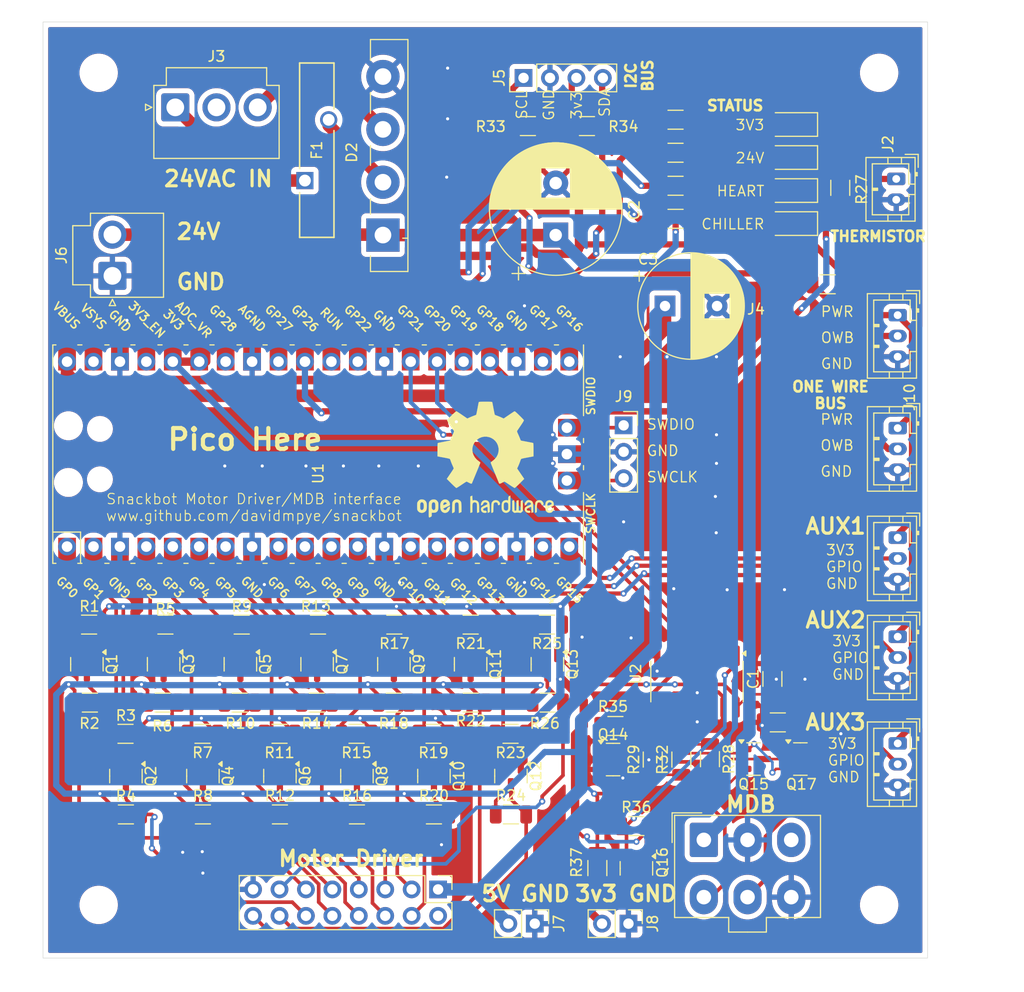
<source format=kicad_pcb>
(kicad_pcb (version 20241229) (generator "pcbnew") (generator_version "9.0")
  (layers (0 "F.Cu" signal) (2 "B.Cu" signal) (13 "F.Paste" user) (15 "B.Paste" user) (5 "F.SilkS" user "F.Silkscreen") (7 "B.SilkS" user "B.Silkscreen") (1 "F.Mask" user) (3 "B.Mask" user) (25 "Edge.Cuts" user))
  (net 0 "")
  (net 1 "+5V")
  (net 2 "U4_CLK")
  (net 3 "FLIP_0_IN")
  (net 5 "U2_CLK")
  (net 6 "U3_CLK")
  (net 7 "FLIP_1_IN")
  (net 8 "FLIP_3_IN")
  (net 9 "BUF_OE_ENABLE")
  (net 10 "FLIP_7_IN")
  (net 11 "FLIPFLOP_CLR")
  (net 12 "FLIP_6_IN")
  (net 13 "FLIP_4_IN")
  (net 14 "FLIP_2_IN")
  (net 15 "FLIP_5_IN")
  (net 16 "GND")
  (net 17 "+3V3")
  (net 18 "U2_CLK_LOW")
  (net 19 "U3_CLK_LOW")
  (net 20 "U4_CLK_LOW")
  (net 21 "FLIP_1_IN_LOW")
  (net 22 "FLIP_2_IN_LOW")
  (net 23 "FLIP_3_IN_LOW")
  (net 24 "FLIP_4_IN_LOW")
  (net 25 "FLIP_5_IN_LOW")
  (net 26 "FLIP_6_IN_LOW")
  (net 27 "FLIP_7_IN_LOW")
  (net 28 "BUF_OE_ENABLE_LOW")
  (net 29 "FLIPFLOP_CLR_LOW")
  (net 31 "Net-(Q16-S)")
  (net 32 "AUX_1")
  (net 33 "AUX_2")
  (net 34 "+24V")
  (net 35 "Net-(J3-Pin_3)")
  (net 36 "AUX_3")
  (net 38 "SWCLK")
  (net 42 "FLIP_0_IN_LOW")
  (net 43 "THERMISTOR_IN")
  (net 44 "MDB_TX")
  (net 45 "MDB_RX")
  (net 46 "Net-(J3-Pin_1)")
  (net 48 "SCL")
  (net 49 "SDA")
  (net 50 "Net-(Q15-B)")
  (net 51 "Net-(Q14-B)")
  (net 52 "Net-(Q15-C)")
  (net 53 "MDB_TX_MCU")
  (net 54 "MDB_RX_MCU")
  (net 55 "Net-(Q14-C)")
  (net 58 "Net-(U2-Pad2)")
  (net 60 "unconnected-(J3-Pin_2-Pad2)")
  (net 61 "Net-(D2-Pad2)")
  (net 62 "Net-(R35-Pad1)")
  (net 63 "SWDIO")
  (net 64 "OWB")
  (net 65 "Net-(D1-A)")
  (net 66 "Net-(D3-A)")
  (net 67 "Net-(D4-A)")
  (net 68 "Net-(D5-A)")
  (net 69 "CHILLER_LED")
  (net 70 "HEART_LED")
  (footprint "Resistor_SMD:R_1206_3216Metric" (layer "F.Cu") (at 26.491314 73.128787 180)
    (property "Reference" "R5")
    (property "Value" "10K")
  )
  (footprint "LED_SMD:LED_1206_3216Metric_Pad1.42x1.75mm_HandSolder" (layer "F.Cu") (at 86.6975 28.225 180)
    (property "Reference" "D1" (hide yes))
    (property "Value" "LED" (hide yes))
  )
  (footprint "Connector_PinHeader_2.54mm:PinHeader_1x02_P2.54mm_Vertical" (layer "F.Cu") (at 70.985481 101.878787 -90)
    (property "Reference" "J8")
    (property "Value" "Conn_01x02")
  )
  (footprint "Resistor_SMD:R_1206_3216Metric" (layer "F.Cu") (at 33.824647 73.128787 180)
    (property "Reference" "R9")
    (property "Value" "10K")
  )
  (footprint "Connector_JST:JST_VH_B2P-VH_1x02_P3.96mm_Vertical" (layer "F.Cu") (at 21.4 39.6 90)
    (property "Reference" "J6")
    (property "Value" "24VDC")
  )
  (footprint "Symbol:OSHW-Logo2_14.6x12mm_SilkScreen" (layer "F.Cu") (at 57.25 57.25)
    (property "Reference" "REF**" (hide yes))
    (property "Value" "OSHW-Logo2_14.6x12mm_SilkScreen" (hide yes))
  )
  (footprint "Package_TO_SOT_SMD:SOT-23" (layer "F.Cu") (at 55.820481 76.941287 -90)
    (property "Reference" "Q11")
    (property "Value" "BSS138" (hide yes))
  )
  (footprint "Package_TO_SOT_SMD:SOT-23" (layer "F.Cu") (at 22.695481 87.691287 -90)
    (property "Reference" "Q2")
    (property "Value" "BSS138" (hide yes))
  )
  (footprint "Package_TO_SOT_SMD:SOT-23" (layer "F.Cu") (at 18.945481 76.941287 -90)
    (property "Reference" "Q1")
    (property "Value" "BSS138" (hide yes))
  )
  (footprint "Resistor_SMD:R_1206_3216Metric" (layer "F.Cu") (at 75.5125 30.94)
    (property "Reference" "R41" (hide yes))
    (property "Value" "5.1R")
  )
  (footprint "Resistor_SMD:R_1206_3216Metric" (layer "F.Cu") (at 26.232981 80.628787)
    (property "Reference" "R6")
    (property "Value" "10K")
  )
  (footprint "Connector_JST:JST_PH_B3B-PH-K_1x03_P2.00mm_Vertical" (layer "F.Cu") (at 96.86 64.77 -90)
    (property "Reference" "J12" (hide yes))
    (property "Value" "AUX_1")
  )
  (footprint "Resistor_SMD:R_1206_3216Metric" (layer "F.Cu") (at 78.820481 86.066287 -90)
    (property "Reference" "R28")
    (property "Value" "470R")
  )
  (footprint "Resistor_SMD:R_1206_3216Metric" (layer "F.Cu") (at 68 96.5375 -90)
    (property "Reference" "R37")
    (property "Value" "750R")
  )
  (footprint "Resistor_SMD:R_1206_3216Metric" (layer "F.Cu") (at 30.057981 83.628787 180)
    (property "Reference" "R7")
    (property "Value" "10K")
  )
  (footprint "Resistor_SMD:R_1206_3216Metric" (layer "F.Cu") (at 33.632981 80.628787)
    (property "Reference" "R10")
    (property "Value" "10K")
  )
  (footprint "Resistor_SMD:R_1206_3216Metric" (layer "F.Cu") (at 30.095481 91.378787)
    (property "Reference" "R8")
    (property "Value" "10K")
  )
  (footprint "Resistor_SMD:R_1206_3216Metric" (layer "F.Cu") (at 73.320481 86.103787 90)
    (property "Reference" "R29")
    (property "Value" "5R")
  )
  (footprint "Resistor_SMD:R_1206_3216Metric" (layer "F.Cu") (at 37.457981 83.628787 180)
    (property "Reference" "R11")
    (property "Value" "10K")
  )
  (footprint "Pi:RPi_Pico_SMD_TH" (layer "F.Cu") (at 41.17 56.738787 90)
    (property "Reference" "U1")
    (property "Value" "Pico")
  )
  (footprint "Capacitor_SMD:C_1206_3216Metric" (layer "F.Cu") (at 84.820481 78.353787 90)
    (property "Reference" "C1")
    (property "Value" "C")
  )
  (footprint "Resistor_SMD:R_1206_3216Metric" (layer "F.Cu") (at 48.491313 73.128787 180)
    (property "Reference" "R17")
    (property "Value" "10K")
  )
  (footprint "Connector_PinHeader_2.54mm:PinHeader_1x02_P2.54mm_Vertical" (layer "F.Cu") (at 61.985481 101.878787 -90)
    (property "Reference" "J7")
    (property "Value" "Conn_01x02")
  )
  (footprint "Capacitor_THT:CP_Radial_D12.5mm_P5.00mm" (layer "F.Cu") (at 63.995481 35.678787 90)
    (property "Reference" "C2")
    (property "Value" "1000uF 50V")
  )
  (footprint "MountingHole:MountingHole_3.2mm_M3" (layer "F.Cu") (at 95.078787 100.078787)
    (property "Reference" "REF**" (hide yes))
    (property "Value" "MountingHole_3.2mm_M3")
  )
  (footprint "Resistor_SMD:R_1206_3216Metric" (layer "F.Cu") (at 44.857981 83.628787 180)
    (property "Reference" "R15")
    (property "Value" "10K")
  )
  (footprint "Resistor_SMD:R_1206_3216Metric" (layer "F.Cu") (at 52.295481 91.378787)
    (property "Reference" "R20")
    (property "Value" "10K")
  )
  (footprint "Connector_PinHeader_2.54mm:PinHeader_1x04_P2.54mm_Vertical" (layer "F.Cu") (at 60.905481 20.57 90)
    (property "Reference" "J5")
    (property "Value" "I2C header")
  )
  (footprint "Package_TO_SOT_SMD:SOT-23" (layer "F.Cu") (at 59.695481 87.691287 -90)
    (property "Reference" "Q12")
    (property "Value" "BSS138" (hide yes))
  )
  (footprint "Resistor_SMD:R_1206_3216Metric" (layer "F.Cu") (at 69.732981 82.878787 180)
    (property "Reference" "R35")
    (property "Value" "R470")
  )
  (footprint "Resistor_SMD:R_1206_3216Metric" (layer "F.Cu") (at 63.232981 80.628787)
    (property "Reference" "R26")
    (property "Value" "10K")
  )
  (footprint "MountingHole:MountingHole_3.2mm_M3" (layer "F.Cu") (at 20.078787 100.078787)
    (property "Reference" "REF**" (hide yes))
    (property "Value" "MountingHole_3.2mm_M3")
  )
  (footprint "Connector_JST:JST_PH_B3B-PH-K_1x03_P2.00mm_Vertical" (layer "F.Cu") (at 96.86 74.295 -90)
    (property "Reference" "J13" (hide yes))
    (property "Value" "AUX_2")
  )
  (footprint "Resistor_SMD:R_1206_3216Metric" (layer "F.Cu") (at 22.695481 91.378787)
    (property "Reference" "R4")
    (property "Value" "10K")
  )
  (footprint "Package_TO_SOT_SMD:SOT-23" (layer "F.Cu") (at 37.495481 87.691287 -90)
    (property "Reference" "Q6")
    (property "Value" "BSS138" (hide yes))
  )
  (footprint "Resistor_SMD:R_1206_3216Metric" (layer "F.Cu") (at 91.34 31.1375 -90)
    (property "Reference" "R27")
    (property "Value" "R")
  )
  (footprint "Connector_JST:JST_PH_B3B-PH-K_1x03_P2.00mm_Vertical" (layer "F.Cu") (at 96.86 54.24 -90)
    (property "Reference" "J11" (hide yes))
    (property "Value" "ONE_WIRE_2" (hide yes))
  )
  (footprint "Resistor_SMD:R_1206_3216Metric" (layer "F.Cu") (at 59.657981 83.628787 180)
    (property "Reference" "R23")
    (property "Value" "10K")
  )
  (footprint "Connector_JST:JST_PH_B3B-PH-K_1x03_P2.00mm_Vertical" (layer "F.Cu") (at 96.855 43.3775 -90)
    (property "Reference" "J10")
    (property "Value" "ONE_WIRE_1" (hide yes))
  )
  (footprint "Resistor_SMD:R_1206_3216Metric" (layer "F.Cu") (at 19.232981 80.628787)
    (property "Reference" "R2")
    (property "Value" "10K")
  )
  (footprint "Resistor_SMD:R_1206_3216Metric" (layer "F.Cu") (at 59.695481 91.378787)
    (property "Reference" "R24")
    (property "Value" "10K")
  )
  (footprint "Resistor_SMD:R_1206_3216Metric" (layer "F.Cu") (at 75.5125 24.59)
    (property "Reference" "R39" (hide yes))
    (property "Value" "5.1R")
  )
  (footprint "Resistor_SMD:R_1206_3216Metric" (layer "F.Cu") (at 75.5125 34.115)
    (property "Reference" "R40" (hide yes))
    (property "Value" "5.1R")
  )
  (footprint "Package_TO_SOT_SMD:SOT-23" (layer "F.Cu") (at 33.695481 76.941287 -90)
    (property "Reference" "Q5")
    (property "Value" "BSS138" (hide yes))
  )
  (footprint "Package_TO_SOT_SMD:SOT-23" (layer "F.Cu") (at 41.070481 76.941287 -90)
    (property "Reference" "Q7")
    (property "Value" "BSS138" (hide yes))
  )
  (footprint "Resistor_SMD:R_1206_3216Metric" (layer "F.Cu") (at 90.1325 40.41 180)
    (property "Reference" "R31" (hide yes))
    (property "Value" "4k7")
  )
  (footprint "Resistor_SMD:R_1206_3216Metric" (layer "F.Cu") (at 37.495481 91.378787)
    (property "Reference" "R12")
    (property "Value" "10K")
  )
  (footprint "Connector_JST:JST_PH_B2B-PH-K_1x02_P2.00mm_Vertical" (layer "F.Cu") (at 96.72 30.28 -90)
    (property "Reference" "J2")
    (property "Value" "Conn_01x02_Pin" (hide yes))
  )
  (footprint "Package_TO_SOT_SMD:SOT-23" (layer "F.Cu") (at 48.445481 76.941287 -90)
    (property "Reference" "Q9")
    (property "Value" "BSS138" (hide yes))
  )
  (footprint "Package_TO_SOT_SMD:SOT-23" (layer "F.Cu") (at 71.75 96.5625 -90)
    (property "Reference" "Q16")
    (property "Value" "BSS138")
  )
  (footprint "Resistor_SMD:R_1206_3216Metric" (layer "F.Cu") (at 22.657981 83.628787 180)
    (property "Reference" "R3")
    (property "Value" "10K" (hide yes))
  )
  (footprint "Resistor_SMD:R_1206_3216Metric" (layer "F.Cu") (at 19.157981 73.128787 180)
    (property "Reference" "R1")
    (property "Value" "10K")
  )
  (footprint "Resistor_SMD:R_1206_3216Metric" (layer "F.Cu") (at 75.5125 27.765)
    (property "Reference" "R38" (hide yes))
    (property "Value" "1.4K")
  )
  (footprint "Resistor_SMD:R_1206_3216Metric" (layer "F.Cu") (at 76.070481 86.103787 90)
    (property "Reference" "R32")
    (property "Value" "10K")
  )
  (footprint "Package_TO_SOT_SMD:SOT-23" (layer "F.Cu") (at 44.895481 87.691287 -90)
    (property "Reference" "Q8")
    (property "Value" "BSS138" (hide yes))
  )
  (footprint "Package_TO_SOT_SMD:SOT-23" (layer "F.Cu") (at 63.195481 76.941287 -90)
    (property "Reference" "Q13")
    (property "Value" "BSS138" (hide yes))
  )
  (footprint "Resistor_SMD:R_1206_3216Metric" (layer "F.Cu") (at 52.257981 83.628787 180)
    (property "Reference" "R19")
    (property "Value" "10K")
  )
  (footprint "Resistor_SMD:R_1206_3216Metric" (layer "F.Cu") (at 44.895481 91.378787)
    (property "Reference" "R16")
    (property "Value" "10K")
  )
  (footprint "Diode_THT:Diode_Bridge_Vishay_GBU" (layer "F.Cu") (at 47.395481 35.678787 90)
    (property "Reference" "D2")
    (property "Value" "GBU6K")
  )
  (footprint "MountingHole:MountingHole_3.2mm_M3" (layer "F.Cu") (at 95.078787 20.078787)
    (property "Reference" "REF**" (hide yes))
    (property "Value" "MountingHole_3.2mm_M3" (hide yes))
  )
  (footprint "Connector_JST:JST_VH_B3P-VH-B_1x03_P3.96mm_Vertical" (layer "F.Cu") (at 27.44 23.4)
    (property "Reference" "J3")
    (property "Value" "24VAC")
  )
  (footprint "Package_SO:SOIC-14_3.9x8.7mm_P1.27mm" (layer "F.Cu") (at 77.570481 78.603787 -90)
    (property "Reference" "U2")
    (property "Value" "74LS14")
  )
  (footprint "Resistor_SMD:R_1206_3216Metric" (layer "F.Cu") (at 48.432981 80.628787)
    (property "Reference" "R18")
    (property "Value" "10K")
  )
  (footprint "Connector_PinHeader_2.54mm:PinHeader_2x08_P2.54mm_Vertical" (layer "F.Cu") (at 52.695481 98.588787 -90)
    (property "Reference" "J1" (hide yes))
    (property "Value" "Conn_02x08_Odd_Even")
  )
  (footprint "Package_TO_SOT_SMD:SOT-23" (layer "F.Cu") (at 69.507981 86.103787)
    (property "Reference" "Q14")
    (property "Value" "BC817")
  )
  (footprint "Resistor_SMD:R_1206_3216Metric" (layer "F.Cu") (at 55.824646 73.128787 180)
    (property "Reference" "R21")
    (property "Value" "10K")
  )
  (footprint "Package_TO_SOT_SMD:SOT-23" (layer "F.Cu") (at 30.095481 87.691287 -90)
    (property "Reference" "Q4")
    (property "Value" "BSS138" (hide yes))
  )
  (footprint "LED_SMD:LED_1206_3216Metric_Pad1.42x1.75mm_HandSolder" (layer "F.Cu") (at 86.6975 25.05 180)
    (property "Reference" "D3" (hide yes))
    (property "Value" "LED" (hide yes))
  )
  (footprint "Package_TO_SOT_SMD:SOT-23" (layer "F.Cu") (at 26.320481 76.941287 -90)
    (property "Reference" "Q3")
    (property "Value" "BSS138" (hide yes))
  )
  (footprint "Capacitor_THT:CP_Radial_D10.0mm_P5.00mm" (layer "F.Cu") (at 74.5 42.5)
    (property "Reference" "C3")
    (property "Value" "330uF 50V")
  )
  (footprint "Resistor_SMD:R_1206_3216Metric" (layer "F.Cu") (at 67 25.2)
    (property "Reference" "R34")
    (property "Value" "R")
  )
  (footprint "Resistor_SMD:R_1206_3216Metric" (layer "F.Cu") (at 41.032981 80.628787)
    (property "Reference" "R14")
    (property "Value" "10K")
  )
  (footprint "Package_TO_SOT_SMD:SOT-23" (layer "F.Cu") (at 83.007981 86.053787)
    (property "Reference" "Q15")
    (property "Value" "MMBT3906")
  )
  (footprint "Connector_PinSocket_2.54mm:PinSocket_1x03_P2.54mm_Vertical" (layer "F.Cu") (at 70.525 53.975)
    (property "Reference" "J9")
    (property "Value" "PICO_DEBUG_HEADER")
  )
  (footprint "Connector_Molex:Molex_Mini-Fit_Jr_5566-06A_2x03_P4.20mm_Vertical" (layer "F.Cu") (at 78.230481 93.828661)
    (property "Reference" "J4")
    (property "Value" "MDB_CONN")
  )
  (footprint "Connector_JST:JST_PH_B3B-PH-K_1x03_P2.00mm_Vertical" (layer "F.Cu") (at 96.86 84.55 -90)
    (property "Reference" "J14" (hide yes))
    (property "Value" "AUX_3")
  )
  (footprint "LED_SMD:LED_1206_3216Metric_Pad1.42x1.75mm_HandSolder" (layer "F.Cu") (at 86.6975 34.575 180)
    (property "Reference" "D4" (hide yes))
    (property "Value" "LED")
  )
  (footprint "Resistor_SMD:R_1206_3216Metric" (layer "F.Cu") (at 63.157981 73.128787 180)
    (property "Reference" "R25")
    (property "Value" "10K")
  )
  (footprint "Resistor_SMD:R_1206_3216Metric" (layer "F.Cu") (at 85.34 82.53)
    (property "Reference" "R30" (hide yes))
    (property "Value" "10K")
  )
  (footprint "MountingHole:MountingHole_3.2mm_M3" (layer "F.Cu") (at 20.078787 20.078787)
    (property "Reference" "REF**" (hide yes))
    (property "Value" "MountingHole_3.2mm_M3")
  )
  (footprint "Resistor_SMD:R_1206_3216Metric" (layer "F.Cu") (at 55.832981 80.628787)
    (property "Reference" "R22")
    (property "Value" "10K")
  )
  (footprint "footprints:FUS_RKEF300_TYCO_TYC" (layer "F.Cu") (at 39.895481 30.438787 90)
    (property "Reference" "F1")
    (property "Value" "Polyfuse")
  )
  (footprint "Resistor_SMD:R_1206_3216Metric" (layer "F.Cu") (at 71.75 92.5)
    (property "Reference" "R36")
    (property "Value" "10K")
  )
  (footprint "Resistor_SMD:R_1206_3216Metric" (layer "F.Cu") (at 61.325 25.2 180)
    (property "Reference" "R33")
    (property "Value" "R")
  )
  (footprint "Package_TO_SOT_SMD:SOT-23" (layer "F.Cu") (at 87.507981 86.053787)
    (property "Reference" "Q17")
    (property "Value" "MMBT3906")
  )
  (footprint "Package_TO_SOT_SMD:SOT-23" (layer "F.Cu") (at 52.295481 87.691287 -90)
    (property "Reference" "Q10")
    (property "Value" "BSS138" (hide yes))
  )
  (footprint "LED_SMD:LED_1206_3216Metric_Pad1.42x1.75mm_HandSolder" (layer "F.Cu") (at 86.6975 31.4 180)
    (property "Reference" "D5" (hide yes))
    (property "Value" "LED" (hide yes))
  )
  (footprint "Resistor_SMD:R_1206_3216Metric" (layer "F.Cu") (at 41.15798 73.128787 180)
    (property "Reference" "R13")
    (property "Value" "10K")
  )
  (gr_rect (start 14.73 15.19) (end 99.73 105.19) (stroke (width 0.05)) (fill no) (layer "Edge.Cuts"))
  (gr_text "3v3 GND" (at 65.695481 99.878787 0) (layer "F.SilkS") (effects (font (size 1.5 1.5) (thickness 0.3) (bold yes)) (justify left bottom)))
  (gr_text "5V GND" (at 56.695481 99.878787 0) (layer "F.SilkS") (effects (font (size 1.5 1.5) (thickness 0.3) (bold yes)) (justify left bottom)))
  (gr_text "GND" (at 89.4 48.6275 0) (layer "F.SilkS") (effects (font (size 1 1) (thickness 0.125)) (justify left bottom)))
  (gr_text "GND" (at 63.92 24.76 90) (layer "F.SilkS") (effects (font (size 1 1) (thickness 0.125)) (justify left bottom)))
  (gr_text "PWR" (at 89.4 43.6275 0) (layer "F.SilkS") (effects (font (size 1 1) (thickness 0.125)) (justify left bottom)))
  (gr_text "3V3\nGPIO\nGND" (at 90.075481 88.371287 0) (layer "F.SilkS") (effects (font (size 1 1) (thickness 0.125)) (justify left bottom)))
  (gr_text "HEART" (at 79.390476 32.035 0) (layer "F.SilkS") (effects (font (size 1 1) (thickness 0.125)) (justify left bottom)))
  (gr_text "PWR" (at 89.36 53.99 0) (layer "F.SilkS") (effects (font (size 1 1) (thickness 0.125)) (justify left bottom)))
  (gr_text "Snackbot Motor Driver/MDB interface\nwww.github.com/davidmpye/snackbot" (at 35 63.25 0) (layer "F.SilkS") (effects (font (size 1 1) (thickness 0.1)) (justify bottom)))
  (gr_text "STATUS" (at 81.24 23.82 0) (layer "F.SilkS") (effects (font (size 1 1) (thickness 0.25) (bold yes)) (justify bottom)))
  (gr_text "ONE WIRE\nBUS" (at 90.4 52.45 0) (layer "F.SilkS") (effects (font (size 1 1) (thickness 0.25) (bold yes)) (justify bottom)))
  (gr_text "24VAC IN" (at 26.195481 31.138787 0) (layer "F.SilkS") (effects (font (size 1.5 1.5) (thickness 0.3) (bold yes)) (justify left bottom)))
  (gr_text "SDA" (at 69.28 24.4 90) (layer "F.SilkS") (effects (font (size 1 1) (thickness 0.125)) (justify left bottom)))
  (gr_text "AUX1" (at 87.84 64.54 0) (layer "F.SilkS") (effects (font (size 1.5 1.5) (thickness 0.3) (bold yes)) (justify left bottom)))
  (gr_text "3V3" (at 81.2 25.685 0) (layer "F.SilkS") (effects (font (size 1 1) (thickness 0.125)) (justify left bottom)))
  (gr_text "GND" (at 72.67 57 0) (layer "F.SilkS") (effects (font (size 1 1) (thickness 0.125)) (justify left bottom)))
  (gr_text "CHILLER" (at 77.914286 35.21 0) (layer "F.SilkS") (effects (font (size 1 1) (thickness 0.125)) (justify left bottom)))
  (gr_text "Pico Here" (at 26.5 56.5 0) (layer "F.SilkS") (effects (font (size 2 2) (thickness 0.4) (bold yes)) (justify left bottom)))
  (gr_text "I2C\nBUS" (at 73.42 20.35 90) (layer "F.SilkS") (effects (font (size 1 1) (thickness 0.25) (bold yes)) (justify bottom)))
  (gr_text "OWB" (at 89.36 56.49 0) (layer "F.SilkS") (effects (font (size 1 1) (thickness 0.125)) (justify left bottom)))
  (gr_text "THERMISTOR" (at 94.98 36.39 0) (layer "F.SilkS") (effects (font (size 1 1) (thickness 0.25) (bold yes)) (justify bottom)))
  (gr_text "GND" (at 89.36 58.99 0) (layer "F.SilkS") (effects (font (size 1 1) (thickness 0.125)) (justify left bottom)))
  (gr_text "OWB" (at 89.4 46.1275 0) (layer "F.SilkS") (effects (font (size 1 1) (thickness 0.125)) (justify left bottom)))
  (gr_text "24V\n\nGND" (at 27.41 41.05 0) (layer "F.SilkS") (effects (font (size 1.5 1.5) (thickness 0.3) (bold yes)) (justify left bottom)))
  (gr_text "3V3\nGPIO\nGND" (at 89.89 69.77 0) (layer "F.SilkS") (effects (font (size 1 1) (thickness 0.125)) (justify left bottom)))
  (gr_text "3v3" (at 66.59 24.63 90) (layer "F.SilkS") (effects (font (size 1 1) (thickness 0.125)) (justify left bottom)))
  (gr_text "Motor Driver" (at 37.195481 96.5 0) (layer "F.SilkS") (effects (font (size 1.5 1.5) (thickness 0.3) (bold yes)) (justify left bottom)))
  (gr_text "SWCLK" (at 72.67 59.53 0) (layer "F.SilkS") (effects (font (size 1 1) (thickness 0.125)) (justify left bottom)))
  (gr_text "GND" (at 22.12 69.538787 135) (layer "F.SilkS") (effects (font (size 0.8 0.8))))
  (gr_text "3V3\nGPIO\nGND" (at 90.49 78.51 0) (layer "F.SilkS") (effects (font (size 1 1) (thickness 0.125)) (justify left bottom)))
  (gr_text "SWDIO" (at 72.67 54.47 0) (layer "F.SilkS") (effects (font (size 1 1) (thickness 0.125)) (justify left bottom)))
  (gr_text "24V" (at 81.2 28.86 0) (layer "F.SilkS") (effects (font (size 1 1) (thickness 0.125)) (justify left bottom)))
  (gr_text "MDB" (at 80.195481 91.278787 0) (layer "F.SilkS") (effects (font (size 1.5 1.5) (thickness 0.3) (bold yes)) (justify left bottom)))
  (gr_text "AUX2" (at 87.84 73.57 0) (layer "F.SilkS") (effects (font (size 1.5 1.5) (thickness 0.3) (bold yes)) (justify left bottom)))
  (gr_text "SCL" (at 61.325 24.63 90) (layer "F.SilkS") (effects (font (size 1 1) (thickness 0.125)) (justify left bottom)))
  (gr_text "AUX3" (at 87.84 83.39 0) (layer "F.SilkS") (effects (font (size 1.5 1.5) (thickness 0.3) (bold yes)) (justify left bottom)))
  (segment (start 73.007981 87.566287) (end 71.195481 89.378787) (width 0.35) (layer "F.Cu") (net 1))
  (segment (start 58.232981 91.378787) (end 58.232981 90.091287) (width 0.35) (layer "F.Cu") (net 1))
  (segment (start 54.370481 80.053787) (end 53.195481 78.878787) (width 0.35) (layer "F.Cu") (net 1))
  (segment (start 71.195481 89.378787) (end 67.695481 89.378787) (width 0.35) (layer "F.Cu") (net 1))
  (segment (start 58.232981 90.091287) (end 58.820481 89.503787) (width 0.35) (layer "F.Cu") (net 1))
  (segment (start 43.432981 90.616287) (end 42.195481 89.378787) (width 0.35) (layer "F.Cu") (net 1))
  (segment (start 76.070481 87.566287) (end 76.920481 88.416287) (width 0.25) (layer "F.Cu") (net 1))
  (segment (start 17.770481 80.628787) (end 17.770481 79.453787) (width 0.35) (layer "F.Cu") (net 1))
  (segment (start 80.657981 88.416287) (end 82.070481 87.003787) (width 0.25) (layer "F.Cu") (net 1))
  (segment (start 17.04 49.050868) (end 17.04 47.848787) (width 1.2) (layer "F.Cu") (net 1))
  (segment (start 68 95.075) (end 68 89.683306) (width 0.35) (layer "F.Cu") (net 1))
  (segment (start 24.770481 79.453787) (end 24.195481 78.878787) (width 0.35) (layer "F.Cu") (net 1))
  (segment (start 36.032981 91.378787) (end 35.945481 91.378787) (width 0.35) (layer "F.Cu") (net 1))
  (segment (start 68.069566 51.130434) (end 19.119566 51.130434) (width 1.2) (layer "F.Cu") (net 1))
  (segment (start 54.370481 80.628787) (end 54.370481 80.053787) (width 0.35) (layer "F.Cu") (net 1))
  (segment (start 32.170481 80.628787) (end 32.170481 79.353787) (width 0.35) (layer "F.Cu") (net 1))
  (segment (start 61.770481 79.701617) (end 62.520481 78.951617) (width 0.35) (layer "F.Cu") (net 1))
  (segment (start 50.832981 90.766287) (end 49.445481 89.378787) (width 0.35) (layer "F.Cu") (net 1))
  (segment (start 19.119566 51.130434) (end 17.04 49.050868) (width 1.2) (layer "F.Cu") (net 1))
  (segment (start 28.632981 91.378787) (end 28.632981 90.566287) (width 0.35) (layer "F.Cu") (net 1))
  (segment (start 39.570481 80.253787) (end 38.195481 78.878787) (width 0.35) (layer "F.Cu") (net 1))
  (segment (start 73.320481 87.566287) (end 73.007981 87.566287) (width 0.35) (layer "F.Cu") (net 1))
  (segment (start 39.570481 80.628787) (end 39.570481 80.253787) (width 0.35) (layer "F.Cu") (net 1))
  (segment (start 35.945481 91.378787) (end 33.945481 89.378787) (width 0.35) (layer "F.Cu") (net 1))
  (segment (start 21.232981 90.416287) (end 20.195481 89.378787) (width 0.35) (layer "F.Cu") (net 1))
  (segment (start 68 89.683306) (end 67.695481 89.378787) (width 0.35) (layer "F.Cu") (net 1))
  (segment (start 46.970481 80.628787) (end 46.970481 79.903787) (width 0.35) (layer "F.Cu") (net 1))
  (segment (start 32.170481 79.353787) (end 31.695481 78.878787) (width 0.35) (layer "F.Cu") (net 1))
  (segment (start 74.5 42.5) (end 74.5 44.7) (width 1.2) (layer "F.Cu") (net 1))
  (segment (start 76.920481 88.416287) (end 80.657981 88.416287) (width 0.25) (layer "F.Cu") (net 1))
  (segment (start 73.320481 87.566287) (end 76.070481 87.566287) (width 0.25) (layer "F.Cu") (net 1))
  (segment (start 28.632981 90.566287) (end 27.445481 89.378787) (width 0.35) (layer "F.Cu") (net 1))
  (segment (start 74.5 44.7) (end 68.069566 51.130434) (width 1.2) (layer "F.Cu") (net 1))
  (segment (start 43.432981 91.378787) (end 43.432981 90.616287) (width 0.35) (layer "F.Cu") (net 1))
  (segment (start 21.232981 91.378787) (end 21.232981 90.416287) (width 0.35) (layer "F.Cu") (net 1))
  (segment (start 17.770481 79.453787) (end 17.195481 78.878787) (width 0.35) (layer "F.Cu") (net 1))
  (segment (start 61.770481 80.628787) (end 61.770481 79.701617) (width 0.35) (layer "F.Cu") (net 1))
  (segment (start 50.832981 91.378787) (end 50.832981 90.766287) (width 0.35) (layer "F.Cu") (net 1))
  (segment (start 24.770481 80.628787) (end 24.770481 79.453787) (width 0.35) (layer "F.Cu") (net 1))
  (segment (start 46.970481 79.903787) (end 45.945481 78.878787) (width 0.35) (layer "F.Cu") (net 1))
  (via (at 42.195481 89.378787) (size 0.6) (drill 0.3) (layers "F.Cu" "B.Cu") (net 1))
  (via (at 45.945481 78.878787) (size 0.6) (drill 0.3) (layers "F.Cu" "B.Cu") (net 1))
  (via (at 17.195481 78.878787) (size 0.6) (drill 0.3) (layers "F.Cu" "B.Cu") (net 1))
  (via (at 31.695481 78.878787) (size 0.6) (drill 0.3) (layers "F.Cu" "B.Cu") (net 1))
  (via (at 38.195481 78.878787) (size 0.6) (drill 0.3) (layers "F.Cu" "B.Cu") (net 1))
  (via (at 33.945481 89.378787) (size 0.6) (drill 0.3) (layers "F.Cu" "B.Cu") (net 1))
  (via (at 53.195481 78.878787) (size 0.6) (drill 0.3) (layers "F.Cu" "B.Cu") (net 1))
  (via (at 27.445481 89.378787) (size 0.6) (drill 0.3) (layers "F.Cu" "B.Cu") (net 1))
  (via (at 62.520481 78.951617) (size 0.6) (drill 0.3) (layers "F.Cu" "B.Cu") (net 1))
  (via (at 20.195481 89.378787) (size 0.6) (drill 0.3) (layers "F.Cu" "B.Cu") (net 1))
  (via (at 49.445481 89.378787) (size 0.6) (drill 0.3) (layers "F.Cu" "B.Cu") (net 1))
  (via (at 67.695481 89.378787) (size 0.6) (drill 0.3) (layers "F.Cu" "B.Cu") (net 1))
  (via (at 58.820481 89.503787) (size 0.6) (drill 0.3) (layers "F.Cu" "B.Cu") (net 1))
  (via (at 24.195481 78.878787) (size 0.6) (drill 0.3) (layers "F.Cu" "B.Cu") (net 1))
  (segment (start 62.520481 78.951617) (end 24.561617 78.951617) (width 0.6) (layer "B.Cu") (net 1))
  (segment (start 58.820481 89.503787) (end 62.944268 85.38) (width 0.6) (layer "B.Cu") (net 1))
  (segment (start 66.445481 88.878787) (end 66.445481 85.38) (width 1.2) (layer "B.Cu") (net 1))
  (segment (start 62.695481 78.878787) (end 62.622651 78.951617) (width 0.35) (layer "B.Cu") (net 1))
  (segment (start 17.195481 78.878787) (end 16.991213 78.878787) (width 0.6) (layer "B.Cu") (net 1))
  (segment (start 73.594481 43.405519) (end 74.5 42.5) (width 1.2) (layer "B.Cu") (net 1))
  (segment (start 24.561617 78.951617) (end 24.51 78.9) (width 0.6) (layer "B.Cu") (net 1))
  (segment (start 16 88.57) (end 16.808787 89.378787) (width 0.6) (layer "B.Cu") (net 1))
  (segment (start 23.195481 78.878787) (end 17.195481 78.878787) (width 0.6) (layer "B.Cu") (net 1))
  (segment (start 16 79.87) (end 16 88.57) (width 0.6) (layer "B.Cu") (net 1))
  (segment (start 16.808787 89.378787) (end 21.2 89.378787) (width 0.6) (layer "B.Cu") (net 1))
  (segment (start 66.445481 82.323152) (end 73.594481 75.174153) (width 1.2) (layer "B.Cu") (net 1))
  (segment (start 73.594481 75.174153) (end 73.594481 43.405519) (width 1.2) (layer "B.Cu") (net 1))
  (segment (start 21.2 89.378787) (end 58.695481 89.378787) (width 0.6) (layer "B.Cu") (net 1))
  (segment (start 66.445481 85.38) (end 66.445481 82.323152) (width 1.2) (layer "B.Cu") (net 1))
  (segment (start 58.695481 89.378787) (end 58.820481 89.503787) (width 0.6) (layer "B.Cu") (net 1))
  (segment (start 62.944268 85.38) (end 66.445481 85.38) (width 0.6) (layer "B.Cu") (net 1))
  (segment (start 66.445481 88.878787) (end 67.195481 88.878787) (width 0.35) (layer "B.Cu") (net 1))
  (segment (start 62.622651 78.951617) (end 62.520481 78.951617) (width 0.35) (layer "B.Cu") (net 1))
  (segment (start 56.735481 99.168787) (end 56.735481 98.588787) (width 1.2) (layer "B.Cu") (net 1))
  (segment (start 58.945481 89.628787) (end 58.820481 89.503787) (width 0.35) (layer "B.Cu") (net 1))
  (segment (start 67.195481 88.878787) (end 67.695481 89.378787) (width 0.35) (layer "B.Cu") (net 1))
  (segment (start 20.195481 89.378787) (end 21.2 89.378787) (width 0.6) (layer "B.Cu") (net 1))
  (segment (start 56.735481 98.588787) (end 66.445481 88.878787) (width 1.2) (layer "B.Cu") (net 1))
  (segment (start 24.195481 78.878787) (end 23.195481 78.878787) (width 0.6) (layer "B.Cu") (net 1))
  (segment (start 52.695481 98.588787) (end 56.735481 98.588787) (width 1.2) (layer "B.Cu") (net 1))
  (segment (start 16.991213 78.878787) (end 16 79.87) (width 0.6) (layer "B.Cu") (net 1))
  (segment (start 59.445481 101.878787) (end 56.735481 99.168787) (width 1.2) (layer "B.Cu") (net 1))
  (segment (start 53.202893 102.353787) (end 56.695481 98.861199) (width 0.35) (layer "F.Cu") (net 2))
  (segment (start 37.455481 101.128787) (end 38.680481 102.353787) (width 0.35) (layer "F.Cu") (net 2))
  (segment (start 56.695481 98.861199) (end 56.695481 91.378787) (width 0.35) (layer "F.Cu") (net 2))
  (segment (start 56.695481 81.228787) (end 57.295481 80.628787) (width 0.35) (layer "F.Cu") (net 2))
  (segment (start 55.820481 79.153787) (end 57.295481 80.628787) (width 0.35) (layer "F.Cu") (net 2))
  (segment (start 38.680481 102.353787) (end 53.202893 102.353787) (width 0.35) (layer "F.Cu") (net 2))
  (segment (start 55.820481 77.878787) (end 55.820481 79.153787) (width 0.35) (layer "F.Cu") (net 2))
  (segment (start 56.695481 91.378787) (end 56.695481 81.228787) (width 0.35) (layer "F.Cu") (net 2))
  (segment (start 18.195481 83.128787) (end 20.695481 80.628787) (width 0.35) (layer "F.Cu") (net 3))
  (segment (start 19.445481 93.628787) (end 18.195481 92.378787) (width 0.35) (layer "F.Cu") (net 3))
  (segment (start 18.945481 77.878787) (end 18.945481 78.878787) (width 0.35) (layer "F.Cu") (net 3))
  (segment (start 32.945481 95.878787) (end 30.695481 93.628787) (width 0.35) (layer "F.Cu") (net 3))
  (segment (start 37.285481 95.878787) (end 32.945481 95.878787) (width 0.35) (layer "F.Cu") (net 3))
  (segment (start 18.945481 78.878787) (end 20.695481 80.628787) (width 0.35) (layer "F.Cu") (net 3))
  (segment (start 30.695481 93.628787) (end 19.445481 93.628787) (width 0.35) (layer "F.Cu") (net 3))
  (segment (start 39.995481 98.588787) (end 37.285481 95.878787) (width 0.35) (layer "F.Cu") (net 3))
  (segment (start 18.195481 92.378787) (end 18.195481 83.128787) (width 0.35) (layer "F.Cu") (net 3))
  (segment (start 50.155481 98.588787) (end 48.770481 97.203787) (width 0.35) (layer "F.Cu") (net 5))
  (segment (start 48.445481 77.878787) (end 48.445481 79.178787) (width 0.35) (layer "F.Cu") (net 5))
  (segment (start 48.770481 97.203787) (end 48.770481 81.753787) (width 0.35) (layer "F.Cu") (net 5))
  (segment (start 48.445481 79.178787) (end 49.895481 80.628787) (width 0.35) (layer "F.Cu") (net 5))
  (segment (start 48.770481 81.753787) (end 49.895481 80.628787) (width 0.35) (layer "F.Cu") (net 5))
  (segment (start 52.295481 89.916287) (end 53.757981 91.378787) (width 0.35) (layer "F.Cu") (net 6))
  (segment (start 51.380481 99.903787) (end 51.380481 93.756287) (width 0.35) (layer "F.Cu") (net 6))
  (segment (start 50.155481 101.128787) (end 51.380481 99.903787) (width 0.35) (layer "F.Cu") (net 6))
  (segment (start 51.380481 93.756287) (end 53.757981 91.378787) (width 0.35) (layer "F.Cu") (net 6))
  (segment (start 52.295481 88.628787) (end 52.295481 89.916287) (width 0.35) (layer "F.Cu") (net 6))
  (segment (start 38.680481 99.813787) (end 30.380481 99.813787) (width 0.35) (layer "F.Cu") (net 7))
  (segment (start 39.995481 101.128787) (end 38.680481 99.813787) (width 0.35) (layer "F.Cu") (net 7))
  (segment (start 30.380481 99.813787) (end 25.195481 94.628787) (width 0.35) (layer "F.Cu") (net 7))
  (segment (start 22.695481 88.628787) (end 22.695481 89.916287) (width 0.35) (layer "F.Cu") (net 7))
  (segment (start 25.195481 91.378787) (end 25.445481 91.628787) (width 0.35) (layer "F.Cu") (net 7))
  (segment (start 22.695481 89.916287) (end 24.157981 91.378787) (width 0.35) (layer "F.Cu") (net 7))
  (segment (start 24.157981 91.378787) (end 25.195481 91.378787) (width 0.35) (layer "F.Cu") (net 7))
  (via (at 25.195481 94.628787) (size 0.6) (drill 0.3) (layers "F.Cu" "B.Cu") (net 7))
  (via (at 25.445481 91.628787) (size 0.6) (drill 0.3) (layers "F.Cu" "B.Cu") (net 7))
  (segment (start 25.195481 94.628787) (end 25.195481 91.878787) (width 0.35) (layer "B.Cu") (net 7))
  (segment (start 25.195481 91.878787) (end 25.445481 91.628787) (width 0.35) (layer "B.Cu") (net 7))
  (segment (start 34.057981 93.878787) (end 31.557981 91.378787) (width 0.35) (layer "F.Cu") (net 8))
  (segment (start 30.095481 89.916287) (end 31.557981 91.378787) (width 0.35) (layer "F.Cu") (net 8))
  (segment (start 31.557981 91.991287) (end 31.557981 91.378787) (width 0.35) (layer "F.Cu") (net 8))
  (segment (start 37.825481 93.878787) (end 34.057981 93.878787) (width 0.35) (layer "F.Cu") (net 8))
  (segment (start 42.535481 98.588787) (end 37.825481 93.878787) (width 0.35) (layer "F.Cu") (net 8))
  (segment (start 30.095481 88.628787) (end 30.095481 89.916287) (width 0.35) (layer "F.Cu") (net 8))
  (segment (start 36.690481 102.903787) (end 53.920481 102.903787) (width 0.35) (layer "F.Cu") (net 9))
  (segment (start 34.915481 101.128787) (end 36.690481 102.903787) (width 0.35) (layer "F.Cu") (net 9))
  (segment (start 53.920481 102.903787) (end 61.157981 95.666287) (width 0.35) (layer "F.Cu") (net 9))
  (segment (start 59.695481 89.916287) (end 61.157981 91.378787) (width 0.35) (layer "F.Cu") (net 9))
  (segment (start 59.695481 88.628787) (end 59.695481 89.916287) (width 0.35) (layer "F.Cu") (net 9))
  (segment (start 61.157981 95.666287) (end 61.157981 91.378787) (width 0.35) (layer "F.Cu") (net 9))
  (segment (start 44.895481 88.628787) (end 44.895481 89.916287) (width 0.35) (layer "F.Cu") (net 10))
  (segment (start 44.895481 89.916287) (end 46.357981 91.378787) (width 0.35) (layer "F.Cu") (net 10))
  (segment (start 47.615481 92.636287) (end 46.357981 91.378787) (width 0.35) (layer "F.Cu") (net 10))
  (segment (start 47.615481 98.588787) (end 47.615481 92.636287) (width 0.35) (layer "F.Cu") (net 10))
  (segment (start 63.195481 77.878787) (end 63.195481 79.128787) (width 0.35) (layer "F.Cu") (net 11))
  (segment (start 62.695481 89.628787) (end 64.695481 87.628787) (width 0.35) (layer "F.Cu") (net 11))
  (segment (start 63.195481 79.128787) (end 64.695481 80.628787) (width 0.35) (layer "F.Cu") (net 11))
  (segment (start 64.695481 87.628787) (end 64.695481 80.628787) (width 0.35) (layer "F.Cu") (net 11))
  (segment (start 62.695481 90.128787) (end 62.695481 89.628787) (width 0.35) (layer "F.Cu") (net 11))
  (via (at 62.695481 90.128787) (size 0.6) (drill 0.3) (layers "F.Cu" "B.Cu") (net 11))
  (segment (start 39.915481 96.128787) (end 53.445481 96.128787) (width 0.35) (layer "B.Cu") (net 11))
  (segment (start 62.120481 90.703787) (end 56.415886 90.703787) (width 0.35) (layer "B.Cu") (net 11))
  (segment (start 54.695481 92.424191) (end 56.093183 91.026489) (width 0.35) (layer "B.Cu") (net 11))
  (segment (start 56.415886 90.703787) (end 56.093183 91.026489) (width 0.35) (layer "B.Cu") (net 11))
  (segment (start 54.695481 94.878787) (end 54.695481 92.424191) (width 0.35) (layer "B.Cu") (net 11))
  (segment (start 62.695481 90.128787) (end 62.120481 90.703787) (width 0.35) (layer "B.Cu") (net 11))
  (segment (start 37.455481 98.588787) (end 39.915481 96.128787) (width 0.35) (layer "B.Cu") (net 11))
  (segment (start 53.445481 96.128787) (end 54.695481 94.878787) (width 0.35) (layer "B.Cu") (net 11))
  (segment (start 41.070481 79.203787) (end 42.495481 80.628787) (width 0.35) (layer "F.Cu") (net 12))
  (segment (start 41.520481 91.953787) (end 41.520481 81.603787) (width 0.35) (layer "F.Cu") (net 12))
  (segment (start 41.520481 81.603787) (end 42.495481 80.628787) (width 0.35) (layer "F.Cu") (net 12))
  (segment (start 47.615481 101.128787) (end 46.390481 99.903787) (width 0.35) (layer "F.Cu") (net 12))
  (segment (start 46.390481 96.823787) (end 41.520481 91.953787) (width 0.35) (layer "F.Cu") (net 12))
  (segment (start 41.070481 77.878787) (end 41.070481 79.203787) (width 0.35) (layer "F.Cu") (net 12))
  (segment (start 46.390481 99.903787) (end 46.390481 96.823787) (width 0.35) (layer "F.Cu") (net 12))
  (segment (start 43.760481 99.813787) (end 43.760481 98.009597) (width 0.35) (layer "F.Cu") (net 13))
  (segment (start 34.020481 87.219105) (end 34.020481 86.378787) (width 0.35) (layer "F.Cu") (net 13))
  (segment (start 37.129671 90.328295) (end 34.020481 87.219105) (width 0.35) (layer "F.Cu") (net 13))
  (segment (start 33.695481 77.878787) (end 33.695481 79.228787) (width 0.35) (layer "F.Cu") (net 13))
  (segment (start 34.020481 81.703787) (end 35.095481 80.628787) (width 0.35) (layer "F.Cu") (net 13))
  (segment (start 34.020481 86.378787) (end 34.020481 81.703787) (width 0.35) (layer "F.Cu") (net 13))
  (segment (start 45.075481 101.128787) (end 43.760481 99.813787) (width 0.35) (layer "F.Cu") (net 13))
  (segment (start 43.760481 98.009597) (end 37.129671 91.378787) (width 0.35) (layer "F.Cu") (net 13))
  (segment (start 33.695481 79.228787) (end 35.095481 80.628787) (width 0.35) (layer "F.Cu") (net 13))
  (segment (start 37.129671 91.378787) (end 37.129671 90.328295) (width 0.35) (layer "F.Cu") (net 13))
  (segment (start 26.320481 79.253787) (end 27.695481 80.628787) (width 0.35) (layer "F.Cu") (net 14))
  (segment (start 41.220481 98.081375) (end 41.220481 99.813787) (width 0.35) (layer "F.Cu") (net 14))
  (segment (start 27.132981 81.191287) (end 27.695481 80.628787) (width 0.35) (layer "F.Cu") (net 14))
  (segment (start 26.320481 77.878787) (end 26.320481 79.253787) (width 0.35) (layer "F.Cu") (net 14))
  (segment (start 29.570481 91.219597) (end 29.570481 90.503787) (width 0.35) (layer "F.Cu") (net 14))
  (segment (start 34.087893 95.328787) (end 38.467893 95.328787) (width 0.35) (layer "F.Cu") (net 14))
  (segment (start 29.570481 90.503787) (end 29.545481 90.478787) (width 0.35) (layer "F.Cu") (net 14))
  (segment (start 27.132981 87.316287) (end 27.132981 81.191287) (width 0.35) (layer "F.Cu") (net 14))
  (segment (start 38.467893 95.328787) (end 41.220481 98.081375) (width 0.35) (layer "F.Cu") (net 14))
  (segment (start 29.545481 89.728787) (end 27.132981 87.316287) (width 0.35) (layer "F.Cu") (net 14))
  (segment (start 31.387893 92.628787) (end 30.979671 92.628787) (width 0.35) (layer "F.Cu") (net 14))
  (segment (start 30.979671 92.628787) (end 29.570481 91.219597) (width 0.35) (layer "F.Cu") (net 14))
  (segment (start 29.545481 90.478787) (end 29.545481 89.728787) (width 0.35) (layer "F.Cu") (net 14))
  (segment (start 41.220481 99.813787) (end 42.535481 101.128787) (width 0.35) (layer "F.Cu") (net 14))
  (segment (start 31.387893 92.628787) (end 34.087893 95.328787) (width 0.35) (layer "F.Cu") (net 14))
  (segment (start 37.495481 89.916287) (end 38.957981 91.378787) (width 0.35) (layer "F.Cu") (net 15))
  (segment (start 45.075481 98.588787) (end 45.075481 97.496287) (width 0.35) (layer "F.Cu") (net 15))
  (segment (start 37.495481 88.628787) (end 37.495481 89.916287) (width 0.35) (layer "F.Cu") (net 15))
  (segment (start 45.075481 97.496287) (end 38.957981 91.378787) (width 0.35) (layer "F.Cu") (net 15))
  (segment (start 77.19548 79.728787) (end 75.345481 79.728787) (width 0.35) (layer "F.Cu") (net 16))
  (segment (start 77.595481 80.078788) (end 77.570481 80.103788) (width 0.35) (layer "F.Cu") (net 16))
  (segment (start 79.63548 79.628787) (end 78.045482 79.628787) (width 0.35) (layer "F.Cu") (net 16))
  (segment (start 75.030481 81.078787) (end 75.030481 82.053786) (width 0.35) (layer "F.Cu") (net 16))
  (segment (start 75.030481 80.043787) (end 75.030481 81.078787) (width 0.35) (layer "F.Cu") (net 16))
  (segment (start 77.595481 82.478787) (end 77.995482 82.478787) (width 0.35) (layer "F.Cu") (net 16))
  (segment (start 77.570481 81.078787) (end 77.570481 82.053786) (width 0.35) (layer "F.Cu") (net 16))
  (segment (start 77.14548 82.478787) (end 77.570481 82.053786) (width 0.35) (layer "F.Cu") (net 16))
  (segment (start 77.945482 82.428787) (end 79.845481 82.428787) (width 0.35) (layer "F.Cu") (net 16))
  (segment (start 77.995482 82.478787) (end 77.945482 82.428787) (width 0.35) (layer "F.Cu") (net 16))
  (segment (start 80.110481 80.103788) (end 79.63548 79.628787) (width 0.35) (layer "F.Cu") (net 16))
  (segment (start 77.995482 79.678787) (end 77.595481 79.678787) (width 0.35) (layer "F.Cu") (net 16))
  (segment (start 77.570481 80.103788) (end 77.19548 79.728787) (width 0.35) (layer "F.Cu") (net 16))
  (segment (start 77.595481 79.678787) (end 77.595481 80.078788) (width 0.35) (layer "F.Cu") (net 16))
  (segment (start 79.845481 82.428787) (end 80.110481 82.163787) (width 0.35) (layer "F.Cu") (net 16))
  (segment (start 77.595481 82.078786) (end 77.595481 82.478787) (width 0.35) (layer "F.Cu") (net 16))
  (segment (start 80.110481 82.163787) (end 80.110481 81.078787) (width 0.35) (layer "F.Cu") (net 16))
  (segment (start 75.345481 79.728787) (end 75.030481 80.043787) (width 0.35) (layer "F.Cu") (net 16))
  (segment (start 77.570481 81.078787) (end 77.570481 80.103788) (width 0.35) (layer "F.Cu") (net 16))
  (segment (start 78.045482 79.628787) (end 77.995482 79.678787) (width 0.35) (layer "F.Cu") (net 16))
  (segment (start 75.030481 82.053786) (end 75.455482 82.478787) (width 0.35) (layer "F.Cu") (net 16))
  (segment (start 77.570481 82.053786) (end 77.595481 82.078786) (width 0.35) (layer "F.Cu") (net 16))
  (segment (start 80.110481 81.078787) (end 80.110481 80.103788) (width 0.35) (layer "F.Cu") (net 16))
  (segment (start 75.455482 82.478787) (end 77.14548 82.478787) (width 0.35) (layer "F.Cu") (net 16))
  (via (at 30.09 97.02) (size 0.6) (drill 0.3) (layers "F.Cu" "B.Cu") (net 16))
  (via (at 68.945481 81.378787) (size 0.6) (drill 0.3) (layers "F.Cu" "B.Cu") (net 16))
  (via (at 70.195481 47.378787) (size 0.6) (drill 0.3) (layers "F.Cu" "B.Cu") (net 16))
  (via (at 53.02 94.29) (size 0.6) (drill 0.3) (layers "F.Cu" "B.Cu") (net 16))
  (via (at 79.445481 57.628787) (size 0.6) (drill 0.3) (layers "F.Cu" "B.Cu") (net 16))
  (via (at 60.995481 69.078787) (size 0.6) (drill 0.3) (layers "F.Cu" "B.Cu") (net 16))
  (via (at 85.98 69.77) (size 0.6) (drill 0.3) (layers "F.Cu" "B.Cu") (net 16))
  (via (at 60.995481 42.478787) (size 0.6) (drill 0.3) (layers "F.Cu" "B.Cu") (net 16))
  (via (at 53.52 30.11) (size 0.6) (drill 0.3) (layers "F.Cu" "B.Cu") (net 16))
  (via (at 79.34 60.81) (size 0.6) (drill 0.3) (layers "F.Cu" "B.Cu") (net 16))
  (via (at 74.695481 47.378787) (size 0.6) (drill 0.3) (layers "F.Cu" "B.Cu") (net 16))
  (via (at 87.945481 78.378787) (size 0.6) (drill 0.3) (layers "F.Cu" "B.Cu") (net 16))
  (via (at 91.4 83.62) (size 0.6) (drill 0.3) (layers "F.Cu" "B.Cu") (net 16))
  (via (at 71.24 74.41) (size 0.6) (drill 0.3) (layers "F.Cu" "B.Cu") (net 16))
  (via (at 77.595481 82.478787) (size 0.6) (drill 0.3) (layers "F.Cu" "B.Cu") (net 16))
  (via (at 80.47 69.78) (size 0.6) (drill 0.3) (layers "F.Cu" "B.Cu") (net 16))
  (via (at 48.995481 69.078787) (size 0.6) (drill 0.3) (layers "F.Cu" "B.Cu") (net 16))
  (via (at 75.34 69.68) (size 0.6) (drill 0.3) (layers "F.Cu" "B.Cu") (net 16))
  (via (at 32.195481 57.878787) (size 0.6) (drill 0.3) (layers "F.Cu" "B.Cu") (net 16))
  (via (at 60.945481 99.628787) (size 0.6) (drill 0.3) (layers "F.Cu" "B.Cu") (net 16))
  (via (at 79.445481 47.378787) (size 0.6) (drill 0.3) (layers "F.Cu" "B.Cu") (net 16))
  (via (at 43.595481 57.878787) (size 0.6) (drill 0.3) (layers "F.Cu" "B.Cu") (net 16))
  (via (at 70.52 63.25) (size 0.6) (drill 0.3) (layers "F.Cu" "B.Cu") (net 16))
  (via (at 70.445481 87.878787) (size 0.6) (drill 0.3) (layers "F.Cu" "B.Cu") (net 16))
  (via (at 73.74 77.6) (size 0.6) (drill 0.3) (layers "F.Cu" "B.Cu") (net 16))
  (via (at 35.795481 57.878787) (size 0.6) (drill 0.3) (layers "F.Cu" "B.Cu") (net 16))
  (via (at 63.695481 57.628787) (size 0.6) (drill 0.3) (layers "F.Cu" "B.Cu") (net 16))
  (via (at 30.03 94.96) (size 0.6) (drill 0.3) (layers "F.Cu" "B.Cu") (net 16))
  (via (at 22.795481 43.878787) (size 0.6) (drill 0.3) (layers "F.Cu" "B.Cu") (net 16))
  (via (at 50.795481 57.878787) (size 0.6) (drill 0.3) (layers "F.Cu" "B.Cu") (net 16))
  (via (at 46.995481 57.878787) (size 0.6) (drill 0.3) (layers "F.Cu" "B.Cu") (net 16))
  (via (at 28.15 95.02) (size 0.6) (drill 0.3) (layers "F.Cu" "B.Cu") (net 16))
  (via (at 63.695481 54.878787) (size 0.6) (drill 0.3) (layers "F.Cu" "B.Cu") (net 16))
  (via (at 39.995481 57.878787) (size 0.6) (drill 0.3) (layers "F.Cu" "B.Cu") (net 16))
  (via (at 53.61 19.63) (size 0.6) (drill 0.3) (layers "F.Cu" "B.Cu") (net 16))
  (via (at 83.84 82.82) (size 0.6) (drill 0.3) (layers "F.Cu" "B.Cu") (net 16))
  (via (at 79.42 64.3) (size 0.6) (drill 0.3) (layers "F.Cu" "B.Cu") (net 16))
  (via (at 48.195481 43.678787) (size 0.6) (drill 0.3) (layers "F.Cu" "B.Cu") (net 16))
  (via (at 35.995481 69.278787) (size 0.6) (drill 0.3) (layers "F.Cu" "B.Cu") (net 16))
  (via (at 85.195481 78.378787) (size 0.6) (drill 0.3) (layers "F.Cu" "B.Cu") (net 16))
  (via (at 53.61 24.5) (size 0.6) (drill 0.3) (layers "F.Cu" "B.Cu") (net 16))
  (via (at 77.595481 79.678787) (size 0.6) (drill 0.3) (layers "F.Cu" "B.Cu") (net 16))
  (via (at 72.945481 86.128787) (size 0.6) (drill 0.3) (layers "F.Cu" "B.Cu") (net 16))
  (via (at 66.53 74.33) (size 0.6) (drill 0.3) (layers "F.Cu" "B.Cu") (net 16))
  (via (at 79.445481 54.878787) (size 0.6) (drill 0.3) (layers "F.Cu" "B.Cu") (net 16))
  (segment (start 67 93.5) (end 66.607981 93.5) (width 0.35) (layer "F.Cu") (net 17))
  (segment (start 35.287147 75.362121) (end 34.645481 76.003787) (width 0.35) (layer "F.Cu") (net 17))
  (segment (start 20.620481 75.278787) (end 19.895481 76.003787) (width 0.35) (layer "F.Cu") (net 17))
  (segment (start 38.920481 83.603787) (end 37.445481 82.128787) (width 0.35) (layer "F.Cu") (net 17))
  (segment (start 29.74 47.848787) (end 29.74 45.64901) (width 0.8) (layer "F.Cu") (net 17))
  (segment (start 57.287146 75.487122) (end 56.770481 76.003787) (width 0.35) (layer "F.Cu") (net 17))
  (segment (start 66.607981 93.5) (end 65.857981 92.75) (width 0.35) (layer "F.Cu") (net 17))
  (segment (start 59.394481 36.879787) (end 61.594481 36.879787) (width 0.8) (layer "F.Cu") (net 17))
  (segment (start 65.857981 83.716287) (end 66.695481 82.878787) (width 0.8) (layer "F.Cu") (net 17))
  (segment (start 62.194481 37.479787) (end 65.796481 37.479787) (width 0.8) (layer "F.Cu") (net 17))
  (segment (start 98.236 52.864) (end 96.86 54.24) (width 0.6) (layer "F.Cu") (net 17))
  (segment (start 52.922688 37.678787) (end 58.595481 37.678787) (width 0.8) (layer "F.Cu") (net 17))
  (segment (start 49.953813 73.128787) (end 49.953813 72.637119) (width 0.35) (layer "F.Cu") (net 17))
  (segment (start 27.953814 75.320454) (end 27.270481 76.003787) (width 0.35) (layer "F.Cu") (net 17))
  (segment (start 64.591991 78.378787) (end 64.445481 78.378787) (width 0.8) (layer "F.Cu") (net 17))
  (segment (start 96.855 43.3775) (end 98.231 44.7535) (width 0.6) (layer "F.Cu") (net 17))
  (segment (start 30.415481 47.848787) (end 30.415481 45.688787) (width 0.8) (layer "F.Cu") (net 17))
  (segment (start 66.357981 78.216287) (end 64.145481 76.003787) (width 0.35) (layer "F.Cu") (net 17))
  (segment (start 57.287146 73.128787) (end 57.287146 75.487122) (width 0.35) (layer "F.Cu") (net 17))
  (segment (start 61.120481 83.628787) (end 61.120481 86.278787) (width 0.35) (layer "F.Cu") (net 17))
  (segment (start 49.953813 73.128787) (end 49.953813 75.445455) (width 0.35) (layer "F.Cu") (net 17))
  (segment (start 46.320481 83.628787) (end 46.320481 86.278787) (width 0.35) (layer "F.Cu") (net 17))
  (segment (start 27.2 47.848787) (end 29.74 47.848787) (width 0.8) (layer "F.Cu") (net 17))
  (segment (start 31.520481 83.628787) (end 31.445481 83.628787) (width 0.35) (layer "F.Cu") (net 17))
  (segment (start 35.287147 73.128787) (end 35.287147 72.220453) (width 0.35) (layer "F.Cu") (net 17))
  (segment (start 57.287146 73.128787) (end 57.195481 73.128787) (width 0.35) (layer "F.Cu") (net 17))
  (segment (start 81.380481 80.103788) (end 80.15548 78.878787) (width 0.35) (layer "F.Cu") (net 17))
  (segment (start 24.120481 83.628787) (end 24.120481 86.278787) (width 0.35) (layer "F.Cu") (net 17))
  (segment (start 81.380481 81.078787) (end 82.630481 79.828787) (width 0.25) (layer "F.Cu") (net 17))
  (segment (start 31.445481 83.628787) (end 29.945481 82.128787) (width 0.35) (layer "F.Cu") (net 17))
  (segment (start 98.236 63.054) (end 98.236 72.579) (width 0.6) (layer "F.Cu") (net 17))
  (segment (start 66.695481 80.482277) (end 64.591991 78.378787) (width 0.8) (layer "F.Cu") (net 17))
  (segment (start 24.120481 86.278787) (end 23.645481 86.753787) (width 0.35) (layer "F.Cu") (net 17))
  (segment (start 29.74 45.64901) (end 33.510223 41.878787) (width 0.8) (layer "F.Cu") (net 17))
  (segment (start 42.62048 73.128787) (end 42.62048 72.303786) (width 0.35) (layer "F.Cu") (net 17))
  (segment (start 66.698481 36.577787) (end 65.796481 37.479787) (width 0.6) (layer "F.Cu") (net 17))
  (segment (start 98.236 82.834) (end 96.52 84.55) (width 0.6) (layer "F.Cu") (net 17))
  (segment (start 58.595481 37.678787) (end 59.394481 36.879787) (width 0.8) (layer "F.Cu") (net 17))
  (segment (start 73.2125 92.5) (end 73.2125 92.5375) (width 0.35) (layer "F.Cu") (net 17))
  (segment (start 30.415481 47.848787) (end 30.415481 46.088787) (width 0.4) (layer "F.Cu") (net 17))
  (segment (start 98.236 61.49) (end 98.236 63.054) (width 0.6) (layer "F.Cu") (net 17))
  (segment (start 72.7 95.625) (end 72.7 93.0125) (width 0.35) (layer "F.Cu") (net 17))
  (segment (start 20.620481 73.128787) (end 20.620481 71.841287) (width 0.35) (layer "F.Cu") (net 17))
  (segment (start 49.953813 72.637119) (end 48.695481 71.378787) (width 0.35) (layer "F.Cu") (net 17))
  (segment (start 65.857981 96.5) (end 65.857981 92.75) (width 0.8) (layer "F.Cu") (net 17))
  (segment (start 38.920481 83.628787) (end 38.920481 83.603787) (width 0.35) (layer "F.Cu") (net 17))
  (segment (start 96.855 43.3775) (end 94.5625 43.3775) (width 0.6) (layer "F.Cu") (net 17))
  (segment (start 66.22981 25.89231) (end 65.5375 25.2) (width 0.8) (layer "F.Cu") (net 17))
  (segment (start 27.953814 73.128787) (end 27.953814 75.320454) (width 0.35) (layer "F.Cu") (net 17))
  (segment (start 78.445481 78.878787) (end 75.445481 78.878787) (width 0.35) (layer "F.Cu") (net 17))
  (segment (start 53.720481 83.403787) (end 52.445481 82.128787) (width 0.35) (layer "F.Cu") (net 17))
  (segment (start 66.080104 25.742604) (end 65.5375 25.2) (width 0.6) (layer "F.Cu") (net 17))
  (segment (start 65.857981 99.291287) (end 65.857981 96.5) (width 0.8) (layer "F.Cu") (net 17))
  (segment (start 33.510223 41.878787) (end 48.722688 41.878787) (width 0.8) (layer "F.Cu") (net 17))
  (segment (start 70.15 36.577787) (end 66.698481 36.577787) (width 0.6) (layer "F.Cu") (net 17))
  (segment (start 53.720481 83.628787) (end 53.720481 83.403787) (width 0.35) (layer "F.Cu") (net 17))
  (segment (start 42.62048 72.303786) (end 41.695481 71.378787) (width 0.35) (layer "F.Cu") (net 17))
  (segment (start 64.620481 73.128787) (end 64.620481 75.528787) (width 0.35) (layer "F.Cu") (net 17))
  (segment (start 98.236 72.579) (end 98.236 82.834) (width 0.6) (layer "F.Cu") (net 17))
  (segment (start 70.15 36.577787) (end 70.15 28.49) (width 0.6) (layer "F.Cu") (net 17))
  (segment (start 61.120481 83.628787) (end 61.120481 83.203787) (width 0.35) (layer "F.Cu") (net 17))
  (segment (start 72.695481 78.878787) (end 67.020481 78.878787) (width 0.35) (layer "F.Cu") (net 17))
  (segment (start 91.595 40.41) (end 91.595 39.355) (width 0.6) (layer "F.Cu") (net 17))
  (segment (start 72.7 93.0125) (end 73.2125 92.5) (width 0.35) (layer "F.Cu") (net 17))
  (segment (start 98.236 72.579) (end 96.52 74.295) (width 0.6) (layer "F.Cu") (net 17))
  (segment (start 66.695481 82.878787) (end 66.695481 80.482277) (width 0.8) (layer "F.Cu") (net 17))
  (segment (start 82.630481 79.828787) (end 84.820481 79.828787) (width 0.25) (layer "F.Cu") (net 17))
  (segment (start 67.020481 78.878787) (end 66.357981 78.216287) (width 0.35) (layer "F.Cu") (net 17))
  (segment (start 98.231 44.7535) (end 98.231 53.914) (width 0.6) (layer "F.Cu") (net 17))
  (segment (start 38.920481 86.278787) (end 38.445481 86.753787) (width 0.35) (layer "F.Cu") (net 17))
  (segment (start 91.595 40.41) (end 91.595 32.855) (width 0.6) (layer "F.Cu") (net 17))
  (segment (start 88.817787 36.577787) (end 70.15 36.577787) (width 0.6) (layer "F.Cu") (net 17))
  (segment (start 53.245481 84.103787) (end 53.720481 83.628787) (width 0.35) (layer "F.Cu") (net 17))
  (segment (start 64.620481 75.528787) (end 64.145481 76.003787) (width 0.35) (layer "F.Cu") (net 17))
  (segment (start 35.287147 72.220453) (end 34.445481 71.378787) (width 0.35) (layer "F.Cu") (net 17))
  (segment (start 64.620481 73.128787) (end 64.620481 71.553787) (width 0.35) (layer "F.Cu") (net 17))
  (segment (start 66.22981 37.046458) (end 66.22981 25.89231) (width 0.8) (layer "F.Cu") (net 17))
  (segment (start 35.287147 73.128787) (end 35.287147 75.362121) (width 0.35) (layer "F.Cu") (net 17))
  (segment (start 64.620481 71.553787) (end 64.445481 71.378787) (width 0.35) (layer "F.Cu") (net 17))
  (segment (start 49.953813 75.445455) (end 49.395481 76.003787) (width 0.35) (layer "F.Cu") (net 17))
  (segment (start 46.320481 86.278787) (end 45.845481 86.753787) (width 0.35) (layer "F.Cu") (net 17))
  (segment (start 22.445481 81.953787) (end 22.445481 71.378787) (width 0.35) (layer "F.Cu") (net 17))
  (segment (start 65.857981 92.75) (end 65.857981 83.716287) (width 0.8) (layer "F.Cu") (net 17))
  (segment (start 20.620481 71.841287) (end 21.082981 71.378787) (width 0.35) (layer "F.Cu") (net 17))
  (segment (start 68.445481 101.878787) (end 65.857981 99.291287) (width 0.8) (layer "F.Cu") (net 17))
  (segment (start 94.5625 43.3775) (end 91.595 40.41) (width 0.6) (layer "F.Cu") (net 17))
  (segment (start 24.120481 83.628787) (end 24.120481 82.953787) (width 0.35) (layer "F.Cu") (net 17))
  (segment (start 48.722688 41.878787) (end 52.922688 37.678787) (width 0.8) (layer "F.Cu") (net 17))
  (segment (start 65.5375 21.017981) (end 65.985481 20.57) (width 0.6) (layer "F.Cu") (net 17))
  (segment (start 27.953814 72.38712) (end 26.945481 71.378787) (width 0.35) (layer "F.Cu") (net 17))
  (segment (start 65.796481 37.479787) (end 66.22981 37.046458) (width 0.8) (layer "F.Cu") (net 17))
  (segment (start 57.195481 73.128787) (end 55.445481 71.378787) (width 0.35) (layer "F.Cu") (net 17))
  (segment (start 70.15 28.49) (end 74.05 24.59) (width 0.6) (layer "F.Cu") (net 17))
  (segment (start 65.5375 25.2) (end 65.5375 21.017981) (width 0.6) (layer "F.Cu") (net 17))
  (segment (start 81.380481 81.078787) (end 81.380481 80.103788) (width 0.35) (layer "F.Cu") (net 17))
  (segment (start 65.985481 24.752019) (end 65.5375 25.2) (width 0.8) (layer "F.Cu") (net 17))
  (segment (start 20.620481 73.128787) (end 20.620481 75.278787) (width 0.35) (layer "F.Cu") (net 17))
  (segment (start 27.953814 73.128787) (end 27.953814 72.38712) (width 0.35) (layer "F.Cu") (net 17))
  (segment (start 91.595 32.855) (end 91.34 32.6) (width 0.6) (layer "F.Cu") (net 17))
  (segment (start 65.5375 25.2) (end 62.7875 25.2) (width 0.8) (layer "F.Cu") (net 17))
  (segment (start 61.120481 83.203787) (end 62.195481 82.128787) (width 0.35) (layer "F.Cu") (net 17))
  (segment (start 80.15548 78.878787) (end 78.445481 78.878787) (width 0.35) (layer "F.Cu") (net 17))
  (segment (start 91.595 39.355) (end 88.817787 36.577787) (width 0.6) (layer "F.Cu") (net 17))
  (segment (start 24.120481 82.953787) (end 24.945481 82.128787) (width 0.35) (layer "F.Cu") (net 17))
  (segment (start 46.320481 83.253787) (end 45.195481 82.128787) (width 0.35) (layer "F.Cu") (net 17))
  (segment (start 38.920481 83.628787) (end 38.920481 86.278787) (width 0.35) (layer "F.Cu") (net 17))
  (segment (start 42.62048 75.403788) (end 42.020481 76.003787) (width 0.35) (layer "F.Cu") (net 17))
  (segment (start 31.520481 86.278787) (end 31.045481 86.753787) (width 0.35) (layer "F.Cu") (net 17))
  (segment (start 31.520481 83.628787) (end 31.520481 86.278787) (width 0.35) (layer "F.Cu") (net 17))
  (segment (start 53.245481 86.753787) (end 53.245481 84.103787) (width 0.35) (layer "F.Cu") (net 17))
  (segment (start 61.120481 86.278787) (end 60.645481 86.753787) (width 0.35) (layer "F.Cu") (net 17))
  (segment (start 42.62048 73.128787) (end 42.62048 75.403788) (width 0.35) (layer "F.Cu") (net 17))
  (segment (start 61.594481 36.879787) (end 62.194481 37.479787) (width 0.8) (layer "F.Cu") (net 17))
  (segment (start 98.236 52.864) (end 98.236 61.49) (width 0.6) (layer "F.Cu") (net 17))
  (segment (start 73.2125 92.5375) (end 71.75 94) (width 0.35) (layer "F.Cu") (net 17))
  (segment (start 98.236 63.054) (end 96.52 64.77) (width 0.6) (layer "F.Cu") (net 17))
  (segment (start 24.120481 83.628787) (end 22.445481 81.953787) (width 0.35) (layer "F.Cu") (net 17))
  (segment (start 46.320481 83.628787) (end 46.320481 83.253787) (width 0.35) (layer "F.Cu") (net 17))
  (via (at 29.945481 82.128787) (size 0.6) (drill 0.3) (layers "F.Cu" "B.Cu") (net 17))
  (via (at 24.945481 82.128787) (size 0.6) (drill 0.3) (layers "F.Cu" "B.Cu") (net 17))
  (via (at 62.195481 82.128787) (size 0.6) (drill 0.3) (layers "F.Cu" "B.Cu") (net 17))
  (via (at 22.445481 71.378787) (size 0.6) (drill 0.3) (layers "F.Cu" "B.Cu") (net 17))
  (via (at 75.445481 78.878787) (size 0.6) (drill 0.3) (layers "F.Cu" "B.Cu") (net 17))
  (via (at 71.75 94) (size 0.6) (drill 0.3) (layers "F.Cu" "B.Cu") (net 17))
  (via (at 52.445481 82.128787) (size 0.6) (drill 0.3) (layers "F.Cu" "B.Cu") (net 17))
  (via (at 64.445481 71.378787) (size 0.6) (drill 0.3) (layers "F.Cu" "B.Cu") (net 17))
  (via (at 67 93.5) (size 0.6) (drill 0.3) (layers "F.Cu" "B.Cu") (net 17))
  (via (at 26.945481 71.378787) (size 0.6) (drill 0.3) (layers "F.Cu" "B.Cu") (net 17))
  (via (at 45.195481 82.128787) (size 0.6) (drill 0.3) (layers "F.Cu" "B.Cu") (net 17))
  (via (at 21.082981 71.378787) (size 0.6) (drill 0.3) (layers "F.Cu" "B.Cu") (net 17))
  (via (at 37.445481 82.128787) (size 0.6) (drill 0.3) (layers "F.Cu" "B.Cu") (net 17))
  (via (at 72.695481 78.878787) (size 0.6) (drill 0.3) (layers "F.Cu" "B.Cu") (net 17))
  (via (at 34.445481 71.378787) (size 0.6) (drill 0.3) (layers "F.Cu" "B.Cu") (net 17))
  (via (at 41.695481 71.378787) (size 0.6) (drill 0.3) (layers "F.Cu" "B.Cu") (net 17))
  (via (at 48.695481 71.378787) (size 0.6) (drill 0.3) (layers "F.Cu" "B.Cu") (net 17))
  (via (at 64.445481 78.378787) (size 0.6) (drill 0.3) (layers "F.Cu" "B.Cu") (net 17))
  (via (at 55.445481 71.378787) (size 0.6) (drill 0.3) (layers "F.Cu" "B.Cu") (net 17))
  (segment (start 35.03 55.678787) (end 27.2 47.848787) (width 0.6) (layer "B.Cu") (net 17))
  (segment (start 64.445481 71.378787) (end 21.082981 71.378787) (width 0.6) (layer "B.Cu") (net 17))
  (segment (start 67 93.75) (end 67 93.5) (width 0.35) (layer "B.Cu") (net 17))
  (segment (start 71.75 94) (end 67.25 94) (width 0.35) (layer "B.Cu") (net 17))
  (segment (start 66.795481 62.478787) (end 62.395481 62.478787) (width 0.6) (layer "B.Cu") (net 17))
  (segment (start 64.445481 71.378787) (end 64.445481 78.378787) (width 0.8) (layer "B.Cu") (net 17))
  (segment (start 62.395481 62.478787) (end 55.595481 55.678787) (width 0.6) (layer "B.Cu") (net 17))
  (segment (start 67.25 94) (end 67 93.75) (width 0.35) (layer "B.Cu") (net 17))
  (segment (start 64.445481 78.378787) (end 64.445481 79.878787) (width 0.8) (layer "B.Cu") (net 17))
  (segment (start 67.183347 68.640921) (end 67.183347 62.866653) (width 0.6) (layer "B.Cu") (net 17))
  (segment (start 62.195481 82.128787) (end 24.945481 82.128787) (width 0.6) (layer "B.Cu") (net 17))
  (segment (start 67.183347 62.866653) (end 66.795481 62.478787) (width 0.6) (layer "B.Cu") (net 17))
  (segment (start 75.445481 78.878787) (end 72.695481 78.878787) (width 0.35) (layer "B.Cu") (net 17))
  (segment (start 64.445481 71.378787) (end 67.183347 68.640921) (width 0.6) (layer "B.Cu") (net 17))
  (segment (start 64.445481 79.878787) (end 62.195481 82.128787) (width 0.8) (layer "B.Cu") (net 17))
  (segment (start 55.595481 55.678787) (end 35.03 55.678787) (width 0.6) (layer "B.Cu") (net 17))
  (segment (start 42.44 68.539974) (end 47.028813 73.128787) (width 0.35) (layer "F.Cu") (net 18))
  (segment (start 47.495481 76.003787) (end 47.495481 73.595455) (width 0.35) (layer "F.Cu") (net 18))
  (segment (start 42.44 65.628787) (end 42.44 68.539974) (width 0.35) (layer "F.Cu") (net 18))
  (segment (start 47.495481 73.595455) (end 47.028813 73.128787) (width 0.35) (layer "F.Cu") (net 18))
  (segment (start 51.345481 84.178787) (end 50.795481 83.628787) (width 0.35) (layer "F.Cu") (net 19))
  (segment (start 51.357981 72.541287) (end 49.520481 70.703787) (width 0.35) (layer "F.Cu") (net 19))
  (segment (start 45.655481 67.338787) (end 45.655481 65.628787) (width 0.35) (layer "F.Cu") (net 19))
  (segment (start 51.345481 86.753787) (end 51.345481 84.178787) (width 0.35) (layer "F.Cu") (net 19))
  (segment (start 49.520481 70.703787) (end 48.503787 70.703787) (width 0.35) (layer "F.Cu") (net 19))
  (segment (start 51.357981 83.066287) (end 51.357981 72.541287) (width 0.35) (layer "F.Cu") (net 19))
  (segment (start 48.503787 70.703787) (end 44.98 67.18) (width 0.35) (layer "F.Cu") (net 19))
  (segment (start 44.98 67.18) (end 44.98 65.628787) (width 0.35) (layer "F.Cu") (net 19))
  (segment (start 45.095481 66.188787) (end 45.655481 65.628787) (width 0.25) (layer "F.Cu") (net 19))
  (segment (start 50.795481 83.628787) (end 51.357981 83.066287) (width 0.35) (layer "F.Cu") (net 19))
  (segment (start 54.362146 73.128787) (end 54.362146 72.962146) (width 0.35) (layer "F.Cu") (net 20))
  (segment (start 54.870481 76.003787) (end 54.870481 73.637122) (width 0.35) (layer "F.Cu") (net 20))
  (segment (start 54.870481 73.637122) (end 54.362146 73.128787) (width 0.35) (layer "F.Cu") (net 20))
  (segment (start 50.06 68.66) (end 50.06 65.628787) (width 0.35) (layer "F.Cu") (net 20))
  (segment (start 54.362146 72.962146) (end 50.06 68.66) (width 0.35) (layer "F.Cu") (net 20))
  (segment (start 19.58 68.921211) (end 21.757981 71.099192) (width 0.35) (layer "F.Cu") (net 21))
  (segment (start 19.58 65.628787) (end 19.58 68.921211) (width 0.35) (layer "F.Cu") (net 21))
  (segment (start 21.757981 83.066287) (end 21.195481 83.628787) (width 0.35) (layer "F.Cu") (net 21))
  (segment (start 21.745481 86.753787) (end 21.745481 84.178787) (width 0.35) (layer "F.Cu") (net 21))
  (segment (start 20.255481 65.628787) (end 20.255481 67.688787) (width 0.35) (layer "F.Cu") (net 21))
  (segment (start 21.757981 71.099192) (end 21.757981 83.066287) (width 0.35) (layer "F.Cu") (net 21))
  (segment (start 21.745481 84.178787) (end 21.195481 83.628787) (width 0.35) (layer "F.Cu") (net 21))
  (segment (start 25.028814 68.828814) (end 25.028814 73.128787) (width 0.35) (layer "F.Cu") (net 22))
  (segment (start 25.335481 72.82212) (end 25.028814 73.128787) (width 0.35) (layer "F.Cu") (net 22))
  (segment (start 24.66 68.46) (end 25.028814 68.828814) (width 0.35) (layer "F.Cu") (net 22))
  (segment (start 25.028814 75.66212) (end 25.370481 76.003787) (width 0.35) (layer "F.Cu") (net 22))
  (segment (start 25.028814 73.128787) (end 25.028814 75.66212) (width 0.35) (layer "F.Cu") (net 22))
  (segment (start 24.66 65.628787) (end 24.66 68.46) (width 0.35) (layer "F.Cu") (net 22))
  (segment (start 29 72.346663) (end 29 83.224268) (width 0.35) (layer "F.Cu") (net 23))
  (segment (start 29 83.224268) (end 28.595481 83.628787) (width 0.35) (layer "F.Cu") (net 23))
  (segment (start 27.2 65.628787) (end 27.2 70.546663) (width 0.35) (layer "F.Cu") (net 23))
  (segment (start 27.2 70.546663) (end 29 72.346663) (width 0.35) (layer "F.Cu") (net 23))
  (segment (start 29.145481 84.178787) (end 28.595481 83.628787) (width 0.35) (layer "F.Cu") (net 23))
  (segment (start 29.145481 86.753787) (end 29.145481 84.178787) (width 0.35) (layer "F.Cu") (net 23))
  (segment (start 32.362147 73.128787) (end 29.74 70.50664) (width 0.35) (layer "F.Cu") (net 24))
  (segment (start 32.745481 76.003787) (end 32.745481 73.512121) (width 0.35) (layer "F.Cu") (net 24))
  (segment (start 32.745481 73.512121) (end 32.362147 73.128787) (width 0.35) (layer "F.Cu") (net 24))
  (segment (start 29.74 70.50664) (end 29.74 65.628787) (width 0.35) (layer "F.Cu") (net 24))
  (segment (start 32.28 68.258711) (end 32.28 65.628787) (width 0.35) (layer "F.Cu") (net 25))
  (segment (start 36.695481 72.674192) (end 32.28 68.258711) (width 0.35) (layer "F.Cu") (net 25))
  (segment (start 35.995481 83.628787) (end 36.695481 82.928787) (width 0.35) (layer "F.Cu") (net 25))
  (segment (start 32.955481 67.338787) (end 32.955481 65.628787) (width 0.35) (layer "F.Cu") (net 25))
  (segment (start 36.695481 82.928787) (end 36.695481 72.674192) (width 0.35) (layer "F.Cu") (net 25))
  (segment (start 36.545481 86.753787) (end 36.545481 84.178787) (width 0.35) (layer "F.Cu") (net 25))
  (segment (start 36.545481 84.178787) (end 35.995481 83.628787) (width 0.35) (layer "F.Cu") (net 25))
  (segment (start 40.120481 76.003787) (end 40.120481 73.553788) (width 0.35) (layer "F.Cu") (net 26))
  (segment (start 37.36 65.628787) (end 37.36 70.793307) (width 0.35) (layer "F.Cu") (net 26))
  (segment (start 40.120481 73.553788) (end 39.69548 73.128787) (width 0.35) (layer "F.Cu") (net 26))
  (segment (start 37.36 70.793307) (end 39.69548 73.128787) (width 0.35) (layer "F.Cu") (net 26))
  (segment (start 43.945481 84.178787) (end 43.395481 83.628787) (width 0.35) (layer "F.Cu") (net 27))
  (segment (start 39.9 67.338787) (end 39.9 65.628787) (width 0.35) (layer "F.Cu") (net 27))
  (segment (start 43.395481 83.628787) (end 43.395481 82.753787) (width 0.35) (layer "F.Cu") (net 27))
  (segment (start 43.395481 82.753787) (end 45.2 80.949268) (width 0.35) (layer "F.Cu") (net 27))
  (segment (start 45.2 80.949268) (end 45.2 72.638787) (width 0.35) (layer "F.Cu") (net 27))
  (segment (start 45.2 72.638787) (end 39.9 67.338787) (width 0.35) (layer "F.Cu") (net 27))
  (segment (start 40.575481 67.508787) (end 40.575481 65.628787) (width 0.35) (layer "F.Cu") (net 27))
  (segment (start 43.945481 86.753787) (end 43.945481 84.178787) (width 0.35) (layer "F.Cu") (net 27))
  (segment (start 39.695481 66.508787) (end 40.575481 65.628787) (width 0.25) (layer "F.Cu") (net 27))
  (segment (start 58.195481 83.628787) (end 58.945481 82.878787) (width 0.35) (layer "F.Cu") (net 28))
  (segment (start 53.6 69.6) (end 52.6 68.6) (width 0.35) (layer "F.Cu") (net 28))
  (segment (start 52.6 68.6) (end 52.6 65.628787) (width 0.35) (layer "F.Cu") (net 28))
  (segment (start 58.945481 82.878787) (end 58.945481 72.628787) (width 0.35) (layer "F.Cu") (net 28))
  (segment (start 58.745481 84.178787) (end 58.195481 83.628787) (width 0.35) (layer "F.Cu") (net 28))
  (segment (start 55.916694 69.6) (end 53.6 69.6) (width 0.35) (layer "F.Cu") (net 28))
  (segment (start 58.195481 83.628787) (end 58.224646 83.599622) (width 0.35) (layer "F.Cu") (net 28))
  (segment (start 58.945481 72.628787) (end 55.916694 69.6) (width 0.35) (layer "F.Cu") (net 28))
  (segment (start 58.745481 86.753787) (end 58.745481 84.178787) (width 0.35) (layer "F.Cu") (net 28))
  (segment (start 53.275481 67.958787) (end 53.275481 65.628787) (width 0.35) (layer "F.Cu") (net 28))
  (segment (start 55.14 67.338787) (end 60.93 73.128787) (width 0.35) (layer "F.Cu") (net 29))
  (segment (start 60.93 73.128787) (end 61.695481 73.128787) (width 0.35) (layer "F.Cu") (net 29))
  (segment (start 55.195481 66.248787) (end 55.815481 65.628787) (width 0.25) (layer "F.Cu") (net 29))
  (segment (start 62.245481 76.003787) (end 62.245481 73.678787) (width 0.35) (layer "F.Cu") (net 29))
  (segment (start 55.815481 65.628787) (end 55.815481 67.248787) (width 0.35) (layer "F.Cu") (net 29))
  (segment (start 55.14 65.628787) (end 55.14 67.338787) (width 0.35) (layer "F.Cu") (net 29))
  (segment (start 62.245481 73.678787) (end 61.695481 73.128787) (width 0.35) (layer "F.Cu") (net 29))
  (segment (start 81.380481 76.869519) (end 80.25 78) (width 0.35) (layer "F.Cu") (net 31))
  (segment (start 70.8 95.625) (end 70.8 93.0125) (width 0.35) (layer "F.Cu") (net 31))
  (segment (start 70.75 92.5) (end 71.5 91.75) (width 0.35) (layer "F.Cu") (net 31))
  (segment (start 81.380481 76.128787) (end 81.380481 76.869519) (width 0.35) (layer "F.Cu") (net 31))
  (segment (start 70.8 93.0125) (end 70.2875 92.5) (width 0.35) (layer "F.Cu") (net 31))
  (segment (start 70.2875 92.5) (end 70.75 92.5) (width 0.35) (layer "F.Cu") (net 31))
  (via (at 71.5 91.75) (size 0.6) (drill 0.3) (layers "F.Cu" "B.Cu") (net 31))
  (via (at 80.25 78) (size 0.6) (drill 0.3) (layers "F.Cu" "B.Cu") (net 31))
  (segment (start 71.5 91.75) (end 80.25 83) (width 0.35) (layer "B.Cu") (net 31))
  (segment (start 80.25 83) (end 80.25 78) (width 0.35) (layer "B.Cu") (net 31))
  (segment (start 71.29 66.77) (end 96.86 66.77) (width 0.4) (layer "F.Cu") (net 32))
  (segment (start 65.3 65.628787) (end 68.311213 68.64) (width 0.4) (layer "F.Cu") (net 32))
  (segment (start 68.311213 68.64) (end 69.2 68.64) (width 0.4) (layer "F.Cu") (net 32))
  (via (at 71.29 66.77) (size 0.6) (drill 0.3) (layers "F.Cu" "B.Cu") (net 32))
  (via (at 69.2 68.64) (size 0.6) (drill 0.3) (layers "F.Cu" "B.Cu") (net 32))
  (segment (start 69.2 68.64) (end 69.42 68.64) (width 0.4) (layer "B.Cu") (net 32))
  (segment (start 69.42 68.64) (end 71.29 66.77) (width 0.4) (layer "B.Cu") (net 32))
  (segment (start 88.035 67.47) (end 96.86 76.295) (width 0.4) (layer "F.Cu") (net 33))
  (segment (start 62.76 65.628787) (end 62.76 67.390787) (width 0.4) (layer "F.Cu") (net 33))
  (segment (start 71.765806 67.47) (end 88.035 67.47) (width 0.4) (layer "F.Cu") (net 33))
  (segment (start 64.799213 69.43) (end 69.6 69.43) (width 0.4) (layer "F.Cu") (net 33))
  (segment (start 62.76 67.390787) (end 64.799213 69.43) (width 0.4) (layer "F.Cu") (net 33))
  (via (at 69.6 69.43) (size 0.6) (drill 0.3) (layers "F.Cu" "B.Cu") (net 33))
  (via (at 71.765806 67.47) (size 0.6) (drill 0.3) (layers "F.Cu" "B.Cu") (net 33))
  (segment (start 69.75 69.43) (end 71.7 67.48) (width 0.4) (layer "B.Cu") (net 33))
  (segment (start 71.7 67.48) (end 71.755806 67.48) (width 0.4) (layer "B.Cu") (net 33))
  (segment (start 71.755806 67.48) (end 71.765806 67.47) (width 0.4) (layer "B.Cu") (net 33))
  (segment (start 69.6 69.43) (end 69.75 69.43) (width 0.4) (layer "B.Cu") (net 33))
  (segment (start 47.356694 35.64) (end 47.395481 35.678787) (width 1.2) (layer "F.Cu") (net 34))
  (segment (start 46.878787 35.678787) (end 46.84 35.64) (width 1.2) (layer "F.Cu") (net 34))
  (segment (start 75.52 29.235) (end 75.52 35.39) (width 0.6) (layer "F.Cu") (net 34))
  (segment (start 21.4 35.64) (end 47.356694 35.64) (width 1.2) (layer "F.Cu") (net 34))
  (segment (start 47.395481 35.678787) (end 63.995481 35.678787) (width 1.2) (layer "F.Cu") (net 34))
  (segment (start 63.935481 35.618787) (end 63.995481 35.678787) (width 1.2) (layer "F.Cu") (net 34))
  (segment (start 74.05 27.765) (end 75.52 29.235) (width 0.6) (layer "F.Cu") (net 34))
  (segment (start 47.395481 35.678787) (end 46.878787 35.678787) (width 1.2) (layer "F.Cu") (net 34))
  (via (at 75.52 35.39) (size 0.6) (drill 0.3) (layers "F.Cu" "B.Cu") (net 34))
  (segment (start 75.52 36.719787) (end 73.66 38.579787) (width 0.6) (layer "B.Cu") (net 34))
  (segment (start 73.66 38.579787) (end 66.896481 38.579787) (width 1.2) (layer "B.Cu") (net 34))
  (segment (start 80.139787 38.579787) (end 82.611 41.051) (width 1.2) (layer "B.Cu") (net 34))
  (segment (start 82.611 83.506218) (end 81.901531 84.215687) (width 1.2) (layer "B.Cu") (net 34))
  (segment (start 75.52 35.39) (end 75.52 36.719787) (width 0.6) (layer "B.Cu") (net 34))
  (segment (start 66.896481 38.579787) (end 63.995481 35.678787) (width 1.2) (layer "B.Cu") (net 34))
  (segment (start 81.901531 90.157611) (end 78.230481 93.828661) (width 1.2) (layer "B.Cu") (net 34))
  (segment (start 82.611 41.051) (end 82.611 83.506218) (width 1.2) (layer "B.Cu") (net 34))
  (segment (start 73.66 38.579787) (end 80.139787 38.579787) (width 1.2) (layer "B.Cu") (net 34))
  (segment (start 81.901531 84.215687) (end 81.901531 90.157611) (width 1.2) (layer "B.Cu") (net 34))
  (segment (start 36.71 22.05) (end 35.36 23.4) (width 1.2) (layer "F.Cu") (net 35))
  (segment (start 47.395481 25.518787) (end 43.926694 22.05) (width 1.2) (layer "F.Cu") (net 35))
  (segment (start 43.926694 22.05) (end 36.71 22.05) (width 1.2) (layer "F.Cu") (net 35))
  (segment (start 57.68 67.390787) (end 57.68 65.628787) (width 0.4) (layer "F.Cu") (net 36))
  (segment (start 72.3829 68.2271) (end 72.411325 68.198675) (width 0.4) (layer "F.Cu") (net 36))
  (segment (start 72.5258 68.37) (end 72.3829 68.2271) (width 0.4) (layer "F.Cu") (net 36))
  (segment (start 96.86 86.55) (end 93.42 83.11) (width 0.4) (layer "F.Cu") (net 36))
  (segment (start 60.429213 70.14) (end 57.68 67.390787) (width 0.4) (layer "F.Cu") (net 36))
  (segment (start 93.42 74.5) (end 87.29 68.37) (width 0.4) (layer "F.Cu") (net 36))
  (segment (start 93.42 83.11) (end 93.42 74.5) (width 0.4) (layer "F.Cu") (net 36))
  (segment (start 72.411325 68.198675) (end 72.494481 68.198675) (width 0.4) (layer "F.Cu") (net 36))
  (segment (start 70.51 70.14) (end 60.429213 70.14) (width 0.4) (layer "F.Cu") (net 36))
  (segment (start 57.68 68.07) (end 57.68 65.628787) (width 0.35) (layer "F.Cu") (net 36))
  (segment (start 87.29 68.37) (end 72.5258 68.37) (width 0.4) (layer "F.Cu") (net 36))
  (via (at 72.494481 68.198675) (size 0.6) (drill 0.3) (layers "F.Cu" "B.Cu") (net 36))
  (via (at 70.51 70.14) (size 0.6) (drill 0.3) (layers "F.Cu" "B.Cu") (net 36))
  (segment (start 70.51 70.14) (end 70.715887 69.934113) (width 0.4) (layer "B.Cu") (net 36))
  (segment (start 72.451325 68.198675) (end 70.51 70.14) (width 0.4) (layer "B.Cu") (net 36))
  (segment (start 72.494481 68.198675) (end 72.451325 68.198675) (width 0.4) (layer "B.Cu") (net 36))
  (segment (start 65.07 59.278787) (end 70.301213 59.278787) (width 0.35) (layer "F.Cu") (net 38))
  (segment (start 70.301213 59.278787) (end 70.525 59.055) (width 0.35) (layer "F.Cu") (net 38))
  (segment (start 17.695481 73.128787) (end 17.695481 75.703787) (width 0.35) (layer "F.Cu") (net 42))
  (segment (start 17.695481 66.284268) (end 17.04 65.628787) (width 0.35) (layer "F.Cu") (net 42))
  (segment (start 17.715481 73.108787) (end 17.695481 73.128787) (width 0.35) (layer "F.Cu") (net 42))
  (segment (start 17.695481 75.703787) (end 17.995481 76.003787) (width 0.35) (layer "F.Cu") (net 42))
  (segment (start 17.695481 73.128787) (end 17.695481 66.284268) (width 0.35) (layer "F.Cu") (net 42))
  (segment (start 77.69 52.6475) (end 75.3735 52.6475) (width 0.6) (layer "F.Cu") (net 43))
  (segment (start 75.753417 52.624) (end 75.35 52.624) (width 0.6) (layer "F.Cu") (net 43))
  (segment (start 68.77 52.624) (end 41.666392 52.624) (width 0.6) (layer "F.Cu") (net 43))
  (segment (start 91.34 29.675) (end 89.964 31.051) (width 0.6) (layer "F.Cu") (net 43))
  (segment (start 89.964 36.034) (end 90 36.07) (width 0.6) (layer "F.Cu") (net 43))
  (segment (start 96.72 30.28) (end 91.945 30.28) (width 0.6) (layer "F.Cu") (net 43))
  (segment (start 91.945 30.28) (end 91.34 29.675) (width 0.6) (layer "F.Cu") (net 43))
  (segment (start 41.666392 52.624) (end 41.486274 52.804118) (width 0.6) (layer "F.Cu") (net 43))
  (segment (start 75.35 52.624) (end 68.77 52.624) (width 0.6) (layer "F.Cu") (net 43))
  (segment (start 77.736 52.624) (end 68.77 52.624) (width 0.6) (layer "F.Cu") (net 43))
  (segment (start 89.964 31.051) (end 89.964 36.034) (width 0.6) (layer "F.Cu") (net 43))
  (segment (start 75.3735 52.6475) (end 75.35 52.624) (width 0.6) (layer "F.Cu") (net 43))
  (segment (start 87.64 42.72) (end 77.736 52.624) (width 0.6) (layer "F.Cu") (net 43))
  (via (at 87.64 42.72) (size 0.6) (drill 0.3) (layers "F.Cu" "B.Cu") (net 43))
  (via (at 90 36.07) (size 0.6) (drill 0.3) (layers "F.Cu" "B.Cu") (net 43))
  (via (at 41.486274 52.804118) (size 0.6) (drill 0.3) (layers "F.Cu" "B.Cu") (net 43))
  (segment (start 90 40.36) (end 87.64 42.72) (width 0.6) (layer "B.Cu") (net 43))
  (segment (start 39.9 51.217844) (end 41.486274 52.804118) (width 0.6) (layer "B.Cu") (net 43))
  (segment (start 90 36.07) (end 90 40.36) (width 0.6) (layer "B.Cu") (net 43))
  (segment (start 39.9 47.848787) (end 39.9 51.217844) (width 0.6) (layer "B.Cu") (net 43))
  (segment (start 84.181481 93.501373) (end 84.181481 97.577661) (width 0.4) (layer "F.Cu") (net 44))
  (segment (start 88.445481 89.237373) (end 84.181481 93.501373) (width 0.4) (layer "F.Cu") (net 44))
  (segment (start 88.445481 86.053787) (end 88.445481 89.237373) (width 0.4) (layer "F.Cu") (net 44))
  (segment (start 86.8025 82.53) (end 89.01 84.7375) (width 0.4) (layer "F.Cu") (net 44))
  (segment (start 89.01 84.7375) (end 89.01 85.489268) (width 0.4) (layer "F.Cu") (net 44))
  (segment (start 84.181481 97.577661) (end 82.430481 99.328661) (width 0.4) (layer "F.Cu") (net 44))
  (segment (start 89.01 85.489268) (end 88.445481 86.053787) (width 0.4) (layer "F.Cu") (net 44))
  (segment (start 75.5 91) (end 79.25 91) (width 0.35) (layer "F.Cu") (net 45))
  (segment (start 80.25 92) (end 80.25 98) (width 0.35) (layer "F.Cu") (net 45))
  (segment (start 75 94.809118) (end 75 91.5) (width 0.35) (layer "F.Cu") (net 45))
  (segment (start 71.75 97.5) (end 72.309118 97.5) (width 0.35) (layer "F.Cu") (net 45))
  (segment (start 80.25 98) (end 78.921339 99.328661) (width 0.35) (layer "F.Cu") (net 45))
  (segment (start 79.25 91) (end 80.25 92) (width 0.35) (layer "F.Cu") (net 45))
  (segment (start 71.75 97.5) (end 71.25 98) (width 0.35) (layer "F.Cu") (net 45))
  (segment (start 72.309118 97.5) (end 75 94.809118) (width 0.35) (layer "F.Cu") (net 45))
  (segment (start 71.25 98) (end 68 98) (width 0.35) (layer "F.Cu") (net 45))
  (segment (start 75 91.5) (end 75.5 91) (width 0.35) (layer "F.Cu") (net 45))
  (segment (start 78.921339 99.328661) (end 78.230481 99.328661) (width 0.35) (layer "F.Cu") (net 45))
  (segment (start 39.895481 30.438787) (end 34.478787 30.438787) (width 1.2) (layer "F.Cu") (net 46))
  (segment (start 34.478787 30.438787) (end 27.44 23.4) (width 1.2) (layer "F.Cu") (net 46))
  (segment (start 62.76 40.04) (end 61.38 38.66) (width 0.6) (layer "F.Cu") (net 48))
  (segment (start 59.8625 21.612981) (end 60.905481 20.57) (width 0.6) (layer "F.Cu") (net 48))
  (segment (start 59.8625 25.2) (end 59.8625 32.4425) (width 0.6) (layer "F.Cu") (net 48))
  (segment (start 59.8625 32.4425) (end 61.48 34.06) (width 0.6) (layer "F.Cu") (net 48))
  (segment (start 62.76 47.848787) (end 62.76 40.04) (width 0.6) (layer "F.Cu") (net 48))
  (segment (start 59.8625 25.2) (end 59.8625 21.612981) (width 0.6) (layer "F.Cu") (net 48))
  (via (at 61.48 34.06) (size 0.6) (drill 0.3) (layers "F.Cu" "B.Cu") (net 48))
  (via (at 61.38 38.66) (size 0.6) (drill 0.3) (layers "F.Cu" "B.Cu") (net 48))
  (segment (start 61.48 34.06) (end 61.48 38.56) (width 0.6) (layer "B.Cu") (net 48))
  (segment (start 61.48 38.56) (end 61.38 38.66) (width 0.6) (layer "B.Cu") (net 48))
  (segment (start 65.3 47.848787) (end 65.3 40.02) (width 0.6) (layer "F.Cu") (net 49))
  (segment (start 68.4625 25.2) (end 68.4625 20.632981) (width 0.6) (layer "F.Cu") (net 49))
  (segment (start 67.88 35.48) (end 68.4625 34.7575) (width 0.6) (layer "F.Cu") (net 49))
  (segment (start 65.3 40.02) (end 65.78 39.54) (width 0.6) (layer "F.Cu") (net 49))
  (segment (start 68.4625 34.7575) (end 68.4625 25.2) (width 0.6) (layer "F.Cu") (net 49))
  (segment (start 67.87 37.45) (end 67.899787 37.479787) (width 0.6) (layer "F.Cu") (net 49))
  (segment (start 65.78 39.54) (end 67.87 37.45) (width 0.6) (layer "F.Cu") (net 49))
  (segment (start 68.4625 20.632981) (end 68.525481 20.57) (width 0.6) (layer "F.Cu") (net 49))
  (via (at 67.88 35.48) (size 0.6) (drill 0.3) (layers "F.Cu" "B.Cu") (net 49))
  (via (at 67.87 37.45) (size 0.6) (drill 0.3) (layers "F.Cu" "B.Cu") (net 49))
  (segment (start 67.88 37.44) (end 67.87 37.45) (width 0.6) (layer "B.Cu") (net 49))
  (segment (start 67.88 35.48) (end 67.88 37.44) (width 0.6) (layer "B.Cu") (net 49))
  (segment (start 85.170481 87.003787) (end 84.820481 87.353787) (width 0.25) (layer "F.Cu") (net 50))
  (segment (start 86.570481 87.003787) (end 85.170481 87.003787) (width 0.25) (layer "F.Cu") (net 50))
  (segment (start 76.940581 85.528787) (end 74.207981 85.528787) (width 0.25) (layer "F.Cu") (net 50))
  (segment (start 82.570481 85.103787) (end 83.070481 84.603787) (width 0.25) (layer "F.Cu") (net 50))
  (segment (start 76.978081 85.491287) (end 76.940581 85.528787) (width 0.25) (layer "F.Cu") (net 50))
  (segment (start 82.070481 85.103787) (end 81.682981 85.491287) (width 0.25) (layer "F.Cu") (net 50))
  (segment (start 74.207981 85.528787) (end 73.320481 84.641287) (width 0.25) (layer "F.Cu") (net 50))
  (segment (start 82.070481 85.103787) (end 82.570481 85.103787) (width 0.25) (layer "F.Cu") (net 50))
  (segment (start 81.682981 85.491287) (end 76.978081 85.491287) (width 0.25) (layer "F.Cu") (net 50))
  (via (at 83.070481 84.603787) (size 0.6) (drill 0.3) (layers "F.Cu" "B.Cu") (net 50))
  (via (at 84.820481 87.353787) (size 0.6) (drill 0.3) (layers "F.Cu" "B.Cu") (net 50))
  (segment (start 84.820481 87.353787) (end 84.820481 86.353787) (width 0.25) (layer "B.Cu") (net 50))
  (segment (start 84.820481 86.353787) (end 83.070481 84.603787) (width 0.25) (layer "B.Cu") (net 50))
  (segment (start 68.570481 83.178787) (end 68.270481 82.878787) (width 0.4) (layer "F.Cu") (net 51))
  (segment (start 68.570481 85.153787) (end 68.570481 83.178787) (width 0.4) (layer "F.Cu") (net 51))
  (segment (start 83.945481 86.053787) (end 85.620481 86.053787) (width 0.25) (layer "F.Cu") (net 52))
  (segment (start 83.945481 86.053787) (end 80.295481 86.053787) (width 0.25) (layer "F.Cu") (net 52))
  (segment (start 85.620481 86.053787) (end 86.570481 85.103787) (width 0.25) (layer "F.Cu") (net 52))
  (segment (start 80.295481 86.053787) (end 78.820481 87.528787) (width 0.25) (layer "F.Cu") (net 52))
  (segment (start 76.300481 76.128787) (end 76.300481 74.300481) (width 0.35) (layer "F.Cu") (net 53))
  (segment (start 53.8 54.878787) (end 53.195481 54.878787) (width 0.35) (layer "F.Cu") (net 53))
  (segment (start 76.300481 74.300481) (end 56.878787 54.878787) (width 0.35) (layer "F.Cu") (net 53))
  (segment (start 56.878787 54.878787) (end 53.8 54.878787) (width 0.35) (layer "F.Cu") (net 53))
  (via (at 53.195481 54.878787) (size 0.6) (drill 0.3) (layers "F.Cu" "B.Cu") (net 53))
  (segment (start 50.735481 52.418787) (end 50.06 51.743306) (width 0.4) (layer "B.Cu") (net 53))
  (segment (start 53.195481 54.878787) (end 50.735481 52.418787) (width 0.35) (layer "B.Cu") (net 53))
  (segment (start 50.06 51.743306) (end 50.06 47.848787) (width 0.4) (layer "B.Cu") (net 53))
  (segment (start 77.570481 76.128787) (end 77.570481 74.229269) (width 0.35) (layer "F.Cu") (net 54))
  (segment (start 77.570481 74.229269) (end 56.969999 53.628787) (width 0.35) (layer "F.Cu") (net 54))
  (segment (start 56.969999 53.628787) (end 54.445481 53.628787) (width 0.35) (layer "F.Cu") (net 54))
  (via (at 54.445481 53.628787) (size 0.6) (drill 0.3) (layers "F.Cu" "B.Cu") (net 54))
  (segment (start 54.445481 53.628787) (end 53.275481 52.458787) (width 0.35) (layer "B.Cu") (net 54))
  (segment (start 53.275481 52.458787) (end 52.6 51.783306) (width 0.4) (layer "B.Cu") (net 54))
  (segment (start 52.6 51.783306) (end 52.6 47.848787) (width 0.4) (layer "B.Cu") (net 54))
  (segment (start 70.570481 85.603787) (end 70.570481 86.103787) (width 0.25) (layer "F.Cu") (net 55))
  (segment (start 72.420481 83.753787) (end 70.570481 85.603787) (width 0.25) (layer "F.Cu") (net 55))
  (segment (start 76.070481 84.641287) (end 78.782981 84.641287) (width 0.25) (layer "F.Cu") (net 55))
  (segment (start 75.182981 83.753787) (end 72.420481 83.753787) (width 0.25) (layer "F.Cu") (net 55))
  (segment (start 78.782981 84.641287) (end 78.820481 84.603787) (width 0.25) (layer "F.Cu") (net 55))
  (segment (start 76.070481 84.641287) (end 75.182981 83.753787) (width 0.25) (layer "F.Cu") (net 55))
  (segment (start 78.840481 76.128787) (end 80.110481 76.128787) (width 0.25) (layer "F.Cu") (net 58))
  (segment (start 31.4 23.4) (end 31.4 22.724268) (width 1.2) (layer "F.Cu") (net 60))
  (segment (start 42.181481 24.596787) (end 42.181481 25.134787) (width 1.2) (layer "F.Cu") (net 61))
  (segment (start 47.645481 30.598787) (end 47.183481 30.598787) (width 1.2) (layer "F.Cu") (net 61))
  (segment (start 42.181481 25.134787) (end 47.645481 30.598787) (width 1.2) (layer "F.Cu") (net 61))
  (segment (start 75.030481 76.128787) (end 75.030481 78.157879) (width 0.25) (layer "F.Cu") (net 62))
  (segment (start 71.195481 81.886813) (end 75.030481 78.051813) (width 0.4) (layer "F.Cu") (net 62))
  (segment (start 71.195481 82.878787) (end 71.195481 81.886813) (width 0.4) (layer "F.Cu") (net 62))
  (segment (start 75.030481 78.051813) (end 75.030481 76.128787) (width 0.4) (layer "F.Cu") (net 62))
  (segment (start 70.301213 54.198787) (end 70.525 53.975) (width 0.35) (layer "F.Cu") (net 63))
  (segment (start 65.07 54.198787) (end 70.301213 54.198787) (width 0.35) (layer "F.Cu") (net 63))
  (segment (start 93.6425 45.3825) (end 93.44 45.18) (width 0.6) (layer "F.Cu") (net 64))
  (segment (start 93.6425 53.9475) (end 93.6425 45.3825) (width 0.6) (layer "F.Cu") (net 64))
  (segment (start 57.68 47.848787) (end 59.541213 49.71) (width 0.6) (layer "F.Cu") (net 64))
  (segment (start 71.94 40.52) (end 73.1 39.36) (width 0.6) (layer "F.Cu") (net 64))
  (segment (start 95.935 56.24) (end 93.6425 53.9475) (width 0.6) (layer "F.Cu") (net 64))
  (segment (start 88.67 40.41) (end 93.44 45.18) (width 0.6) (layer "F.Cu") (net 64))
  (segment (start 59.541213 49.71) (end 66.140787 49.71) (width 0.6) (layer "F.Cu") (net 64))
  (segment (start 93.6375 45.3775) (end 96.855 45.3775) (width 0.6) (layer "F.Cu") (net 64))
  (segment (start 96.86 56.24) (end 95.935 56.24) (width 0.6) (layer "F.Cu") (net 64))
  (segment (start 88.67 40.41) (end 87.62 39.36) (width 0.6) (layer "F.Cu") (net 64))
  (segment (start 66.140787 49.71) (end 71.94 43.910787) (width 0.6) (layer "F.Cu") (net 64))
  (segment (start 87.62 39.36) (end 73.1 39.36) (width 0.6) (layer "F.Cu") (net 64))
  (segment (start 71.94 43.910787) (end 71.94 40.52) (width 0.6) (layer "F.Cu") (net 64))
  (segment (start 93.44 45.18) (end 93.6375 45.3775) (width 0.6) (layer "F.Cu") (net 64))
  (segment (start 76.975 27.765) (end 84.75 27.765) (width 0.6) (layer "F.Cu") (net 65))
  (segment (start 84.75 27.765) (end 85.21 28.225) (width 0.6) (layer "F.Cu") (net 65))
  (segment (start 85.21 25.05) (end 77.435 25.05) (width 0.6) (layer "F.Cu") (net 66))
  (segment (start 77.435 25.05) (end 76.975 24.59) (width 0.6) (layer "F.Cu") (net 66))
  (segment (start 85.21 34.575) (end 77.435 34.575) (width 0.6) (layer "F.Cu") (net 67))
  (segment (start 77.435 34.575) (end 76.975 34.115) (width 0.6) (layer "F.Cu") (net 67))
  (segment (start 77.435 31.4) (end 76.975 30.94) (width 0.6) (layer "F.Cu") (net 68))
  (segment (start 85.21 31.4) (end 77.435 31.4) (width 0.6) (layer "F.Cu") (net 68))
  (segment (start 55.14 47.848787) (end 55.14 41.21) (width 0.6) (layer "F.Cu") (net 69))
  (segment (start 55.14 41.21) (end 56.97 39.38) (width 0.6) (layer "F.Cu") (net 69))
  (segment (start 71.955 34.115) (end 71.53 33.69) (width 0.6) (layer "F.Cu") (net 69))
  (segment (start 74.05 34.115) (end 71.955 34.115) (width 0.6) (layer "F.Cu") (net 69))
  (via (at 71.53 33.69) (size 0.6) (drill 0.3) (layers "F.Cu" "B.Cu") (net 69))
  (via (at 56.97 39.38) (size 0.6) (drill 0.3) (layers "F.Cu" "B.Cu") (net 69))
  (segment (start 56.97 36.371482) (end 56.97 39.38) (width 0.6) (layer "B.Cu") (net 69))
  (segment (start 70.717787 32.877787) (end 60.463695 32.877787) (width 0.6) (layer "B.Cu") (net 69))
  (segment (start 71.53 33.69) (end 70.717787 32.877787) (width 0.6) (layer "B.Cu") (net 69))
  (segment (start 60.463695 32.877787) (end 56.97 36.371482) (width 0.6) (layer "B.Cu") (net 69))
  (segment (start 72.21 30.94) (end 74.05 30.94) (width 0.6) (layer "F.Cu") (net 70))
  (segment (start 44.98 45.761482) (end 47.863695 42.877787) (width 0.6) (layer "F.Cu") (net 70))
  (segment (start 50.492213 42.877787) (end 53.65 39.72) (width 0.6) (layer "F.Cu") (net 70))
  (segment (start 53.65 39.72) (end 53.95 39.42) (width 0.6) (layer "F.Cu") (net 70))
  (segment (start 47.863695 42.877787) (end 50.492213 42.877787) (width 0.6) (layer "F.Cu") (net 70))
  (segment (start 44.98 47.848787) (end 44.98 45.761482) (width 0.6) (layer "F.Cu") (net 70))
  (segment (start 54.12 39.25) (end 55.63 39.25) (width 0.6) (layer "F.Cu") (net 70))
  (segment (start 53.95 39.42) (end 54.12 39.25) (width 0.6) (layer "F.Cu") (net 70))
  (via (at 55.63 39.25) (size 0.6) (drill 0.3) (layers "F.Cu" "B.Cu") (net 70))
  (via (at 72.21 30.94) (size 0.6) (drill 0.3) (layers "F.Cu" "B.Cu") (net 70))
  (segment (start 55.63 34.91) (end 61.77 28.77) (width 0.6) (layer "B.Cu") (net 70))
  (segment (start 70.04 28.77) (end 72.21 30.94) (width 0.6) (layer "B.Cu") (net 70))
  (segment (start 55.63 39.25) (end 55.63 34.91) (width 0.6) (layer "B.Cu") (net 70))
  (segment (start 61.77 28.77) (end 70.04 28.77) (width 0.6) (layer "B.Cu") (net 70))
  (zone (net 16) (net_name "GND") (layers "F.Cu" "B.Cu") (connect_pads (clearance 0.5)) (min_thickness 0.25) (fill yes (thermal_gap 0.5) (thermal_bridge_width 0.5))
    (polygon (pts (xy 12.695481 13.078787) (xy 108.601359 13.322102) (xy 109 107.8) (xy 12.695481 108.074372)))
  )
)
</source>
